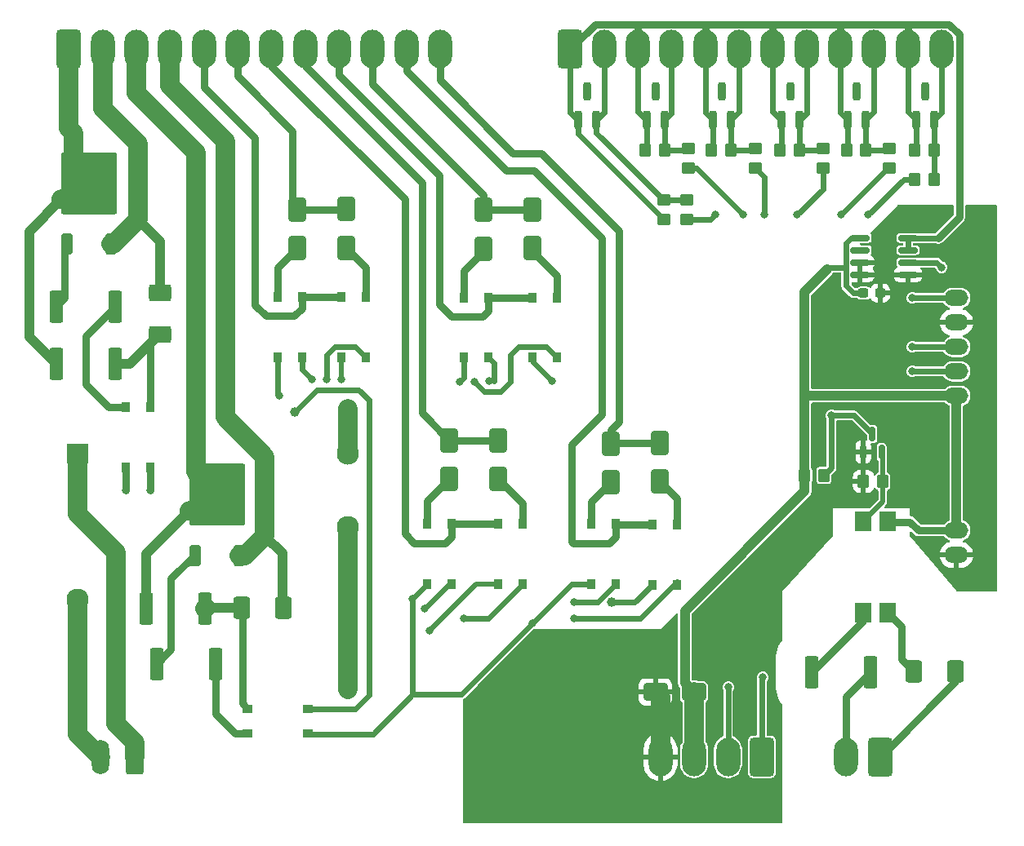
<source format=gbr>
%TF.GenerationSoftware,KiCad,Pcbnew,8.0.2*%
%TF.CreationDate,2024-12-10T14:01:00+01:00*%
%TF.ProjectId,energie,656e6572-6769-4652-9e6b-696361645f70,rev?*%
%TF.SameCoordinates,Original*%
%TF.FileFunction,Copper,L2,Bot*%
%TF.FilePolarity,Positive*%
%FSLAX46Y46*%
G04 Gerber Fmt 4.6, Leading zero omitted, Abs format (unit mm)*
G04 Created by KiCad (PCBNEW 8.0.2) date 2024-12-10 14:01:00*
%MOMM*%
%LPD*%
G01*
G04 APERTURE LIST*
G04 Aperture macros list*
%AMRoundRect*
0 Rectangle with rounded corners*
0 $1 Rounding radius*
0 $2 $3 $4 $5 $6 $7 $8 $9 X,Y pos of 4 corners*
0 Add a 4 corners polygon primitive as box body*
4,1,4,$2,$3,$4,$5,$6,$7,$8,$9,$2,$3,0*
0 Add four circle primitives for the rounded corners*
1,1,$1+$1,$2,$3*
1,1,$1+$1,$4,$5*
1,1,$1+$1,$6,$7*
1,1,$1+$1,$8,$9*
0 Add four rect primitives between the rounded corners*
20,1,$1+$1,$2,$3,$4,$5,0*
20,1,$1+$1,$4,$5,$6,$7,0*
20,1,$1+$1,$6,$7,$8,$9,0*
20,1,$1+$1,$8,$9,$2,$3,0*%
G04 Aperture macros list end*
%TA.AperFunction,ComponentPad*%
%ADD10RoundRect,0.347223X0.902777X1.652777X-0.902777X1.652777X-0.902777X-1.652777X0.902777X-1.652777X0*%
%TD*%
%TA.AperFunction,ComponentPad*%
%ADD11O,2.500000X4.000000*%
%TD*%
%TA.AperFunction,ComponentPad*%
%ADD12RoundRect,0.250000X0.650000X1.550000X-0.650000X1.550000X-0.650000X-1.550000X0.650000X-1.550000X0*%
%TD*%
%TA.AperFunction,ComponentPad*%
%ADD13O,1.800000X3.600000*%
%TD*%
%TA.AperFunction,ComponentPad*%
%ADD14RoundRect,0.347223X-0.902777X-1.652777X0.902777X-1.652777X0.902777X1.652777X-0.902777X1.652777X0*%
%TD*%
%TA.AperFunction,ComponentPad*%
%ADD15O,2.500000X1.700000*%
%TD*%
%TA.AperFunction,ComponentPad*%
%ADD16R,2.300000X2.000000*%
%TD*%
%TA.AperFunction,ComponentPad*%
%ADD17C,2.300000*%
%TD*%
%TA.AperFunction,SMDPad,CuDef*%
%ADD18RoundRect,0.200000X0.200000X-0.750000X0.200000X0.750000X-0.200000X0.750000X-0.200000X-0.750000X0*%
%TD*%
%TA.AperFunction,SMDPad,CuDef*%
%ADD19R,1.140000X0.910000*%
%TD*%
%TA.AperFunction,SMDPad,CuDef*%
%ADD20RoundRect,0.250000X-0.450000X0.350000X-0.450000X-0.350000X0.450000X-0.350000X0.450000X0.350000X0*%
%TD*%
%TA.AperFunction,SMDPad,CuDef*%
%ADD21RoundRect,0.250000X-0.650000X1.000000X-0.650000X-1.000000X0.650000X-1.000000X0.650000X1.000000X0*%
%TD*%
%TA.AperFunction,SMDPad,CuDef*%
%ADD22RoundRect,0.250000X0.350000X0.450000X-0.350000X0.450000X-0.350000X-0.450000X0.350000X-0.450000X0*%
%TD*%
%TA.AperFunction,SMDPad,CuDef*%
%ADD23RoundRect,0.250000X-0.350000X-0.450000X0.350000X-0.450000X0.350000X0.450000X-0.350000X0.450000X0*%
%TD*%
%TA.AperFunction,SMDPad,CuDef*%
%ADD24RoundRect,0.249999X-0.450001X-1.425001X0.450001X-1.425001X0.450001X1.425001X-0.450001X1.425001X0*%
%TD*%
%TA.AperFunction,SMDPad,CuDef*%
%ADD25RoundRect,0.250000X0.650000X-1.000000X0.650000X1.000000X-0.650000X1.000000X-0.650000X-1.000000X0*%
%TD*%
%TA.AperFunction,SMDPad,CuDef*%
%ADD26R,0.910000X1.140000*%
%TD*%
%TA.AperFunction,SMDPad,CuDef*%
%ADD27RoundRect,0.250000X0.350000X-0.850000X0.350000X0.850000X-0.350000X0.850000X-0.350000X-0.850000X0*%
%TD*%
%TA.AperFunction,SMDPad,CuDef*%
%ADD28RoundRect,0.250000X1.125000X-1.275000X1.125000X1.275000X-1.125000X1.275000X-1.125000X-1.275000X0*%
%TD*%
%TA.AperFunction,SMDPad,CuDef*%
%ADD29RoundRect,0.249997X2.650003X-2.950003X2.650003X2.950003X-2.650003X2.950003X-2.650003X-2.950003X0*%
%TD*%
%TA.AperFunction,SMDPad,CuDef*%
%ADD30RoundRect,0.250001X0.612499X0.899999X-0.612499X0.899999X-0.612499X-0.899999X0.612499X-0.899999X0*%
%TD*%
%TA.AperFunction,SMDPad,CuDef*%
%ADD31RoundRect,0.237500X0.300000X0.237500X-0.300000X0.237500X-0.300000X-0.237500X0.300000X-0.237500X0*%
%TD*%
%TA.AperFunction,SMDPad,CuDef*%
%ADD32RoundRect,0.250000X1.000000X0.650000X-1.000000X0.650000X-1.000000X-0.650000X1.000000X-0.650000X0*%
%TD*%
%TA.AperFunction,SMDPad,CuDef*%
%ADD33R,1.780000X2.000000*%
%TD*%
%TA.AperFunction,SMDPad,CuDef*%
%ADD34RoundRect,0.249999X0.450001X1.425001X-0.450001X1.425001X-0.450001X-1.425001X0.450001X-1.425001X0*%
%TD*%
%TA.AperFunction,SMDPad,CuDef*%
%ADD35RoundRect,0.250000X0.450000X-0.350000X0.450000X0.350000X-0.450000X0.350000X-0.450000X-0.350000X0*%
%TD*%
%TA.AperFunction,SMDPad,CuDef*%
%ADD36RoundRect,0.150000X0.825000X0.150000X-0.825000X0.150000X-0.825000X-0.150000X0.825000X-0.150000X0*%
%TD*%
%TA.AperFunction,SMDPad,CuDef*%
%ADD37RoundRect,0.150000X0.150000X-0.587500X0.150000X0.587500X-0.150000X0.587500X-0.150000X-0.587500X0*%
%TD*%
%TA.AperFunction,SMDPad,CuDef*%
%ADD38RoundRect,0.250001X-0.899999X0.612499X-0.899999X-0.612499X0.899999X-0.612499X0.899999X0.612499X0*%
%TD*%
%TA.AperFunction,ViaPad*%
%ADD39C,1.000000*%
%TD*%
%TA.AperFunction,ViaPad*%
%ADD40C,0.800000*%
%TD*%
%TA.AperFunction,Conductor*%
%ADD41C,0.600000*%
%TD*%
%TA.AperFunction,Conductor*%
%ADD42C,2.000000*%
%TD*%
%TA.AperFunction,Conductor*%
%ADD43C,0.800000*%
%TD*%
%TA.AperFunction,Conductor*%
%ADD44C,1.000000*%
%TD*%
%TA.AperFunction,Conductor*%
%ADD45C,0.500000*%
%TD*%
G04 APERTURE END LIST*
D10*
%TO.P,J4,1,Pin_1*%
%TO.N,Net-(J4-Pin_1)*%
X153812000Y-130429000D03*
D11*
%TO.P,J4,2,Pin_2*%
%TO.N,Net-(J4-Pin_2)*%
X150312000Y-130429000D03*
%TO.P,J4,3,Pin_3*%
%TO.N,+5V*%
X146812000Y-130429000D03*
%TO.P,J4,4,Pin_4*%
%TO.N,GND*%
X143312000Y-130429000D03*
%TD*%
D12*
%TO.P,J9,1,Pin_1*%
%TO.N,Net-(J9-Pin_1)*%
X88773000Y-130429000D03*
D13*
%TO.P,J9,2,Pin_2*%
%TO.N,Net-(J9-Pin_2)*%
X85273000Y-130429000D03*
%TD*%
D14*
%TO.P,J1,1,Pin_1*%
%TO.N,Net-(J1-Pin_1)*%
X133950000Y-57000000D03*
D11*
%TO.P,J1,2,Pin_2*%
%TO.N,Net-(J1-Pin_2)*%
X137450000Y-57000000D03*
%TO.P,J1,3,Pin_3*%
%TO.N,Net-(J1-Pin_1)*%
X140950000Y-57000000D03*
%TO.P,J1,4,Pin_4*%
%TO.N,Net-(J1-Pin_4)*%
X144450000Y-57000000D03*
%TO.P,J1,5,Pin_5*%
%TO.N,Net-(J1-Pin_1)*%
X147950000Y-57000000D03*
%TO.P,J1,6,Pin_6*%
%TO.N,Net-(J1-Pin_6)*%
X151450000Y-57000000D03*
%TO.P,J1,7,Pin_7*%
%TO.N,Net-(J1-Pin_1)*%
X154950000Y-57000000D03*
%TO.P,J1,8,Pin_8*%
%TO.N,Net-(J1-Pin_8)*%
X158450000Y-57000000D03*
%TO.P,J1,9,Pin_9*%
%TO.N,Net-(J1-Pin_1)*%
X161950000Y-57000000D03*
%TO.P,J1,10,Pin_10*%
%TO.N,Net-(J1-Pin_10)*%
X165450000Y-57000000D03*
%TO.P,J1,11,Pin_11*%
%TO.N,Net-(J1-Pin_1)*%
X168950000Y-57000000D03*
%TO.P,J1,12,Pin_12*%
%TO.N,Net-(J1-Pin_12)*%
X172450000Y-57000000D03*
%TD*%
D15*
%TO.P,J2,1,Pin_1*%
%TO.N,+5V*%
X173990000Y-92964000D03*
%TO.P,J2,2,Pin_2*%
%TO.N,PGD*%
X173990000Y-90424000D03*
%TO.P,J2,3,Pin_3*%
%TO.N,PGC*%
X173990000Y-87884000D03*
%TO.P,J2,4,Pin_4*%
%TO.N,GND*%
X173990000Y-85344000D03*
%TO.P,J2,5,Pin_5*%
%TO.N,/~{MCLR}*%
X173990000Y-82804000D03*
%TD*%
D14*
%TO.P,J5,1,Pin_1*%
%TO.N,Net-(D19-A2)*%
X81964500Y-57000000D03*
D11*
%TO.P,J5,2,Pin_2*%
%TO.N,Net-(D19-A1)*%
X85464500Y-57000000D03*
%TO.P,J5,3,Pin_3*%
%TO.N,Net-(D9-A2)*%
X88964500Y-57000000D03*
%TO.P,J5,4,Pin_4*%
%TO.N,Net-(D9-A1)*%
X92464500Y-57000000D03*
%TO.P,J5,5,Pin_5*%
%TO.N,Net-(J5-Pin_5)*%
X95964500Y-57000000D03*
%TO.P,J5,6,Pin_6*%
%TO.N,Net-(D22-A)*%
X99464500Y-57000000D03*
%TO.P,J5,7,Pin_7*%
%TO.N,Net-(J5-Pin_7)*%
X102964500Y-57000000D03*
%TO.P,J5,8,Pin_8*%
%TO.N,Net-(D12-A)*%
X106464500Y-57000000D03*
%TO.P,J5,9,Pin_9*%
%TO.N,Net-(J5-Pin_9)*%
X109964500Y-57000000D03*
%TO.P,J5,10,Pin_10*%
%TO.N,Net-(D20-A)*%
X113464500Y-57000000D03*
%TO.P,J5,11,Pin_11*%
%TO.N,Net-(J5-Pin_11)*%
X116964500Y-57000000D03*
%TO.P,J5,12,Pin_12*%
%TO.N,Net-(D10-A)*%
X120464500Y-57000000D03*
%TD*%
D10*
%TO.P,J3,1,Pin_1*%
%TO.N,Net-(J3-Pin_1)*%
X166060000Y-130429000D03*
D11*
%TO.P,J3,2,Pin_2*%
%TO.N,Net-(J3-Pin_2)*%
X162560000Y-130429000D03*
%TD*%
D15*
%TO.P,J8,1,Pin_1*%
%TO.N,+5V*%
X173990000Y-106929000D03*
%TO.P,J8,2,Pin_2*%
%TO.N,GND*%
X173990000Y-109469000D03*
%TD*%
D16*
%TO.P,PS1,1,AC/N*%
%TO.N,Net-(J9-Pin_1)*%
X82901000Y-98943500D03*
D17*
%TO.P,PS1,2,AC/L*%
%TO.N,Net-(J9-Pin_2)*%
X82901000Y-114143500D03*
%TO.P,PS1,3,-Vo*%
%TO.N,GND*%
X110901000Y-98943500D03*
%TO.P,PS1,4,+Vo*%
%TO.N,+5V*%
X110901000Y-106543500D03*
%TD*%
D18*
%TO.P,D3,1,K*%
%TO.N,Net-(J1-Pin_6)*%
X150617000Y-64365000D03*
%TO.P,D3,2,K*%
%TO.N,Net-(J1-Pin_1)*%
X148717000Y-64365000D03*
%TO.P,D3,3,A*%
%TO.N,unconnected-(D3-A-Pad3)*%
X149667000Y-61365000D03*
%TD*%
D19*
%TO.P,U8,1*%
%TO.N,Net-(D18-K)*%
X106742000Y-125476000D03*
%TO.P,U8,2*%
%TO.N,Net-(D14-A)*%
X106742000Y-128016000D03*
%TO.P,U8,3*%
%TO.N,Net-(R16-Pad2)*%
X100522000Y-128016000D03*
%TO.P,U8,4*%
%TO.N,Net-(C12-Pad2)*%
X100522000Y-125476000D03*
%TD*%
D20*
%TO.P,R24,1*%
%TO.N,Net-(J1-Pin_6)*%
X153162000Y-67337000D03*
%TO.P,R24,2*%
%TO.N,Net-(U2-RA4)*%
X153162000Y-69337000D03*
%TD*%
D21*
%TO.P,D11,1,K*%
%TO.N,Net-(D10-A)*%
X138176000Y-97927000D03*
%TO.P,D11,2,A*%
%TO.N,Net-(D11-A)*%
X138176000Y-101927000D03*
%TD*%
D22*
%TO.P,R21,1*%
%TO.N,Net-(J1-Pin_12)*%
X171688000Y-70485000D03*
%TO.P,R21,2*%
%TO.N,Net-(U2-RA0{slash}CxIN0-)*%
X169688000Y-70485000D03*
%TD*%
D23*
%TO.P,R2,1*%
%TO.N,Net-(J1-Pin_1)*%
X141748000Y-67437000D03*
%TO.P,R2,2*%
%TO.N,Net-(J1-Pin_4)*%
X143748000Y-67437000D03*
%TD*%
D24*
%TO.P,R19,1*%
%TO.N,Net-(D19-G)*%
X80643000Y-83693000D03*
%TO.P,R19,2*%
%TO.N,Net-(R19-Pad2)*%
X86743000Y-83693000D03*
%TD*%
D18*
%TO.P,D5,1,K*%
%TO.N,Net-(J1-Pin_10)*%
X164603000Y-64365000D03*
%TO.P,D5,2,K*%
%TO.N,Net-(J1-Pin_1)*%
X162703000Y-64365000D03*
%TO.P,D5,3,A*%
%TO.N,unconnected-(D5-A-Pad3)*%
X163653000Y-61365000D03*
%TD*%
D25*
%TO.P,D22,1,K*%
%TO.N,Net-(D22-K)*%
X110700000Y-77600000D03*
%TO.P,D22,2,A*%
%TO.N,Net-(D22-A)*%
X110700000Y-73600000D03*
%TD*%
D21*
%TO.P,D13,1,K*%
%TO.N,Net-(D12-A)*%
X121401000Y-97578000D03*
%TO.P,D13,2,A*%
%TO.N,Net-(D13-A)*%
X121401000Y-101578000D03*
%TD*%
D26*
%TO.P,U14,1*%
%TO.N,Net-(D24-K)*%
X132570000Y-88976000D03*
%TO.P,U14,2*%
%TO.N,/outputs/OA*%
X130030000Y-88976000D03*
%TO.P,U14,3*%
%TO.N,Net-(J5-Pin_9)*%
X130030000Y-82756000D03*
%TO.P,U14,4*%
%TO.N,Net-(D20-K)*%
X132570000Y-82756000D03*
%TD*%
%TO.P,U15,1*%
%TO.N,Net-(D26-K)*%
X112754000Y-88947000D03*
%TO.P,U15,2*%
%TO.N,/outputs/OB*%
X110214000Y-88947000D03*
%TO.P,U15,3*%
%TO.N,Net-(J5-Pin_5)*%
X110214000Y-82727000D03*
%TO.P,U15,4*%
%TO.N,Net-(D22-K)*%
X112754000Y-82727000D03*
%TD*%
D27*
%TO.P,D19,1,A1*%
%TO.N,Net-(D19-A1)*%
X86360000Y-77216000D03*
D28*
%TO.P,D19,2,A2*%
%TO.N,Net-(D19-A2)*%
X82555000Y-72591000D03*
X85605000Y-72591000D03*
D29*
X84080000Y-70916000D03*
D28*
X82555000Y-69241000D03*
X85605000Y-69241000D03*
D27*
%TO.P,D19,3,G*%
%TO.N,Net-(D19-G)*%
X81800000Y-77216000D03*
%TD*%
D24*
%TO.P,R16,1*%
%TO.N,Net-(D9-G)*%
X91057000Y-120777000D03*
%TO.P,R16,2*%
%TO.N,Net-(R16-Pad2)*%
X97157000Y-120777000D03*
%TD*%
D20*
%TO.P,R26,1*%
%TO.N,Net-(J1-Pin_2)*%
X146050000Y-72644000D03*
%TO.P,R26,2*%
%TO.N,Net-(U2-RA6{slash}OSC2{slash}CLKOUT)*%
X146050000Y-74644000D03*
%TD*%
%TO.P,R22,1*%
%TO.N,Net-(J1-Pin_10)*%
X167005000Y-67337000D03*
%TO.P,R22,2*%
%TO.N,Net-(U2-RA1{slash}CxIN1-)*%
X167005000Y-69337000D03*
%TD*%
D26*
%TO.P,U11,1*%
%TO.N,Net-(D25-K)*%
X125458000Y-88976000D03*
%TO.P,U11,2*%
%TO.N,Net-(D24-A)*%
X122918000Y-88976000D03*
%TO.P,U11,3*%
%TO.N,Net-(D21-A)*%
X122918000Y-82756000D03*
%TO.P,U11,4*%
%TO.N,Net-(J5-Pin_9)*%
X125458000Y-82756000D03*
%TD*%
D18*
%TO.P,D6,1,K*%
%TO.N,Net-(J1-Pin_12)*%
X171699000Y-64365000D03*
%TO.P,D6,2,K*%
%TO.N,Net-(J1-Pin_1)*%
X169799000Y-64365000D03*
%TO.P,D6,3,A*%
%TO.N,unconnected-(D6-A-Pad3)*%
X170749000Y-61365000D03*
%TD*%
D22*
%TO.P,R13,1*%
%TO.N,Net-(Q2-G)*%
X166354000Y-101854000D03*
%TO.P,R13,2*%
%TO.N,GND*%
X164354000Y-101854000D03*
%TD*%
D25*
%TO.P,D10,1,K*%
%TO.N,Net-(D10-K)*%
X143256000Y-101832000D03*
%TO.P,D10,2,A*%
%TO.N,Net-(D10-A)*%
X143256000Y-97832000D03*
%TD*%
D30*
%TO.P,C12,1*%
%TO.N,Net-(D9-A1)*%
X104219700Y-114960400D03*
%TO.P,C12,2*%
%TO.N,Net-(C12-Pad2)*%
X99894700Y-114960400D03*
%TD*%
D24*
%TO.P,R14,1*%
%TO.N,Net-(R14-Pad1)*%
X159002000Y-121666000D03*
%TO.P,R14,2*%
%TO.N,Net-(J3-Pin_2)*%
X165102000Y-121666000D03*
%TD*%
D27*
%TO.P,D9,1,A1*%
%TO.N,Net-(D9-A1)*%
X99662600Y-109527000D03*
D28*
%TO.P,D9,2,A2*%
%TO.N,Net-(D9-A2)*%
X95857600Y-104902000D03*
X98907600Y-104902000D03*
D29*
X97382600Y-103227000D03*
D28*
X95857600Y-101552000D03*
X98907600Y-101552000D03*
D27*
%TO.P,D9,3,G*%
%TO.N,Net-(D9-G)*%
X95102600Y-109527000D03*
%TD*%
D20*
%TO.P,R25,1*%
%TO.N,Net-(J1-Pin_4)*%
X146177000Y-67337000D03*
%TO.P,R25,2*%
%TO.N,Net-(U2-RA5)*%
X146177000Y-69337000D03*
%TD*%
D18*
%TO.P,D2,1,K*%
%TO.N,Net-(J1-Pin_4)*%
X143759000Y-64365000D03*
%TO.P,D2,2,K*%
%TO.N,Net-(J1-Pin_1)*%
X141859000Y-64365000D03*
%TO.P,D2,3,A*%
%TO.N,unconnected-(D2-A-Pad3)*%
X142809000Y-61365000D03*
%TD*%
D21*
%TO.P,D21,1,K*%
%TO.N,Net-(D20-A)*%
X124950000Y-73674000D03*
%TO.P,D21,2,A*%
%TO.N,Net-(D21-A)*%
X124950000Y-77674000D03*
%TD*%
D31*
%TO.P,C3,1*%
%TO.N,GND*%
X166089500Y-82296000D03*
%TO.P,C3,2*%
%TO.N,+5V*%
X164364500Y-82296000D03*
%TD*%
D32*
%TO.P,D8,1,A1*%
%TO.N,+5V*%
X146780000Y-123698000D03*
%TO.P,D8,2,A2*%
%TO.N,GND*%
X142780000Y-123698000D03*
%TD*%
D26*
%TO.P,U13,1*%
%TO.N,Net-(D28-K)*%
X90424000Y-100392000D03*
%TO.P,U13,2*%
%TO.N,Net-(D24-A)*%
X87884000Y-100392000D03*
%TO.P,U13,3*%
%TO.N,Net-(R19-Pad2)*%
X87884000Y-94172000D03*
%TO.P,U13,4*%
%TO.N,Net-(C13-Pad2)*%
X90424000Y-94172000D03*
%TD*%
D33*
%TO.P,U5,1*%
%TO.N,Net-(C10-Pad2)*%
X166878000Y-115509000D03*
%TO.P,U5,2*%
%TO.N,Net-(R14-Pad1)*%
X164338000Y-115509000D03*
%TO.P,U5,3*%
%TO.N,Net-(Q2-G)*%
X164338000Y-105979000D03*
%TO.P,U5,4*%
%TO.N,+5V*%
X166878000Y-105979000D03*
%TD*%
D34*
%TO.P,R18,1*%
%TO.N,Net-(C13-Pad2)*%
X86743000Y-89662000D03*
%TO.P,R18,2*%
%TO.N,Net-(D19-A2)*%
X80643000Y-89662000D03*
%TD*%
D23*
%TO.P,R5,1*%
%TO.N,Net-(J1-Pin_1)*%
X162592000Y-67437000D03*
%TO.P,R5,2*%
%TO.N,Net-(J1-Pin_10)*%
X164592000Y-67437000D03*
%TD*%
D25*
%TO.P,D20,1,K*%
%TO.N,Net-(D20-K)*%
X130030000Y-77629000D03*
%TO.P,D20,2,A*%
%TO.N,Net-(D20-A)*%
X130030000Y-73629000D03*
%TD*%
D26*
%TO.P,U9,1*%
%TO.N,Net-(D14-K)*%
X145034000Y-112562000D03*
%TO.P,U9,2*%
%TO.N,/outputs/OA*%
X142494000Y-112562000D03*
%TO.P,U9,3*%
%TO.N,Net-(J5-Pin_11)*%
X142494000Y-106342000D03*
%TO.P,U9,4*%
%TO.N,Net-(D10-K)*%
X145034000Y-106342000D03*
%TD*%
D30*
%TO.P,C10,1*%
%TO.N,Net-(J3-Pin_1)*%
X173866500Y-121539000D03*
%TO.P,C10,2*%
%TO.N,Net-(C10-Pad2)*%
X169541500Y-121539000D03*
%TD*%
D23*
%TO.P,R12,1*%
%TO.N,+5V*%
X158258000Y-101219000D03*
%TO.P,R12,2*%
%TO.N,Net-(Q2-D)*%
X160258000Y-101219000D03*
%TD*%
D26*
%TO.P,U7,1*%
%TO.N,Net-(D17-K)*%
X121655000Y-112500000D03*
%TO.P,U7,2*%
%TO.N,Net-(D14-A)*%
X119115000Y-112500000D03*
%TO.P,U7,3*%
%TO.N,Net-(D13-A)*%
X119115000Y-106280000D03*
%TO.P,U7,4*%
%TO.N,Net-(J5-Pin_7)*%
X121655000Y-106280000D03*
%TD*%
D18*
%TO.P,D4,1,K*%
%TO.N,Net-(J1-Pin_8)*%
X157729000Y-64365000D03*
%TO.P,D4,2,K*%
%TO.N,Net-(J1-Pin_1)*%
X155829000Y-64365000D03*
%TO.P,D4,3,A*%
%TO.N,unconnected-(D4-A-Pad3)*%
X156779000Y-61365000D03*
%TD*%
D23*
%TO.P,R4,1*%
%TO.N,Net-(J1-Pin_1)*%
X155718000Y-67437000D03*
%TO.P,R4,2*%
%TO.N,Net-(J1-Pin_8)*%
X157718000Y-67437000D03*
%TD*%
D18*
%TO.P,D1,1,K*%
%TO.N,Net-(J1-Pin_2)*%
X136663000Y-64365000D03*
%TO.P,D1,2,K*%
%TO.N,Net-(J1-Pin_1)*%
X134763000Y-64365000D03*
%TO.P,D1,3,A*%
%TO.N,unconnected-(D1-A-Pad3)*%
X135713000Y-61365000D03*
%TD*%
D24*
%TO.P,R15,1*%
%TO.N,Net-(D9-A2)*%
X90015600Y-115011200D03*
%TO.P,R15,2*%
%TO.N,Net-(C12-Pad2)*%
X96115600Y-115011200D03*
%TD*%
D21*
%TO.P,D23,1,K*%
%TO.N,Net-(D22-A)*%
X105642000Y-73645000D03*
%TO.P,D23,2,A*%
%TO.N,Net-(D23-A)*%
X105642000Y-77645000D03*
%TD*%
D35*
%TO.P,R1,1*%
%TO.N,Net-(J1-Pin_1)*%
X143637000Y-74660000D03*
%TO.P,R1,2*%
%TO.N,Net-(J1-Pin_2)*%
X143637000Y-72660000D03*
%TD*%
D36*
%TO.P,U1,1*%
%TO.N,Net-(J1-Pin_1)*%
X168972000Y-76581000D03*
%TO.P,U1,2,-*%
X168972000Y-77851000D03*
%TO.P,U1,3,+*%
%TO.N,Vref*%
X168972000Y-79121000D03*
%TO.P,U1,4,V-*%
%TO.N,GND*%
X168972000Y-80391000D03*
%TO.P,U1,5,+*%
X164022000Y-80391000D03*
%TO.P,U1,6,-*%
X164022000Y-79121000D03*
%TO.P,U1,7*%
%TO.N,unconnected-(U1-Pad7)*%
X164022000Y-77851000D03*
%TO.P,U1,8,V+*%
%TO.N,+5V*%
X164022000Y-76581000D03*
%TD*%
D23*
%TO.P,R6,1*%
%TO.N,Net-(J1-Pin_1)*%
X169688000Y-67437000D03*
%TO.P,R6,2*%
%TO.N,Net-(J1-Pin_12)*%
X171688000Y-67437000D03*
%TD*%
D25*
%TO.P,D12,1,K*%
%TO.N,Net-(D12-K)*%
X126481000Y-101578000D03*
%TO.P,D12,2,A*%
%TO.N,Net-(D12-A)*%
X126481000Y-97578000D03*
%TD*%
D37*
%TO.P,Q2,1,G*%
%TO.N,Net-(Q2-G)*%
X166238000Y-98806000D03*
%TO.P,Q2,2,S*%
%TO.N,GND*%
X164338000Y-98806000D03*
%TO.P,Q2,3,D*%
%TO.N,Net-(Q2-D)*%
X165288000Y-96931000D03*
%TD*%
D38*
%TO.P,C13,1*%
%TO.N,Net-(D19-A1)*%
X91440000Y-82292500D03*
%TO.P,C13,2*%
%TO.N,Net-(C13-Pad2)*%
X91440000Y-86617500D03*
%TD*%
D26*
%TO.P,U10,1*%
%TO.N,Net-(D16-K)*%
X129021000Y-112500000D03*
%TO.P,U10,2*%
%TO.N,/outputs/OB*%
X126481000Y-112500000D03*
%TO.P,U10,3*%
%TO.N,Net-(J5-Pin_7)*%
X126481000Y-106280000D03*
%TO.P,U10,4*%
%TO.N,Net-(D12-K)*%
X129021000Y-106280000D03*
%TD*%
D20*
%TO.P,R23,1*%
%TO.N,Net-(J1-Pin_8)*%
X160147000Y-67337000D03*
%TO.P,R23,2*%
%TO.N,Net-(U2-RA2{slash}Vref-{slash}DAC1OUT1{slash}CxIN0+)*%
X160147000Y-69337000D03*
%TD*%
D26*
%TO.P,U6,1*%
%TO.N,Net-(D15-K)*%
X138684000Y-112500000D03*
%TO.P,U6,2*%
%TO.N,Net-(D14-A)*%
X136144000Y-112500000D03*
%TO.P,U6,3*%
%TO.N,Net-(D11-A)*%
X136144000Y-106280000D03*
%TO.P,U6,4*%
%TO.N,Net-(J5-Pin_11)*%
X138684000Y-106280000D03*
%TD*%
%TO.P,U12,1*%
%TO.N,Net-(D27-K)*%
X106150000Y-88947000D03*
%TO.P,U12,2*%
%TO.N,Net-(D24-A)*%
X103610000Y-88947000D03*
%TO.P,U12,3*%
%TO.N,Net-(D23-A)*%
X103610000Y-82727000D03*
%TO.P,U12,4*%
%TO.N,Net-(J5-Pin_5)*%
X106150000Y-82727000D03*
%TD*%
D23*
%TO.P,R3,1*%
%TO.N,Net-(J1-Pin_1)*%
X148606000Y-67437000D03*
%TO.P,R3,2*%
%TO.N,Net-(J1-Pin_6)*%
X150606000Y-67437000D03*
%TD*%
D39*
%TO.N,GND*%
X141732000Y-119634000D03*
X170561000Y-98806000D03*
X159639000Y-104775000D03*
X110901000Y-94331000D03*
X169418000Y-85344000D03*
%TO.N,+5V*%
X145839000Y-115273000D03*
X160600107Y-79828107D03*
X110871000Y-123444000D03*
D40*
%TO.N,Net-(J4-Pin_1)*%
X153924000Y-122174000D03*
%TO.N,Vref*%
X172466000Y-79629000D03*
%TO.N,/outputs/OA*%
X132080000Y-91418000D03*
D39*
X138276000Y-114400000D03*
D40*
%TO.N,/outputs/OB*%
X119380000Y-117348000D03*
X110214000Y-91233000D03*
%TO.N,Net-(D14-K)*%
X134366000Y-116078000D03*
%TO.N,Net-(D15-K)*%
X134366000Y-114400000D03*
%TO.N,Net-(D16-K)*%
X122936000Y-116078000D03*
%TO.N,Net-(D17-K)*%
X118872000Y-115062000D03*
%TO.N,Net-(D24-A)*%
X103759000Y-92962000D03*
X122476000Y-91500000D03*
X87884000Y-102743000D03*
%TO.N,PGC*%
X169418000Y-87884000D03*
%TO.N,PGD*%
X169418000Y-90424000D03*
%TO.N,Net-(J4-Pin_2)*%
X150368000Y-123190000D03*
%TO.N,/~{MCLR}*%
X169418000Y-82804000D03*
%TO.N,Net-(D14-A)*%
X117591000Y-114046000D03*
X130048000Y-116586000D03*
D39*
%TO.N,Net-(D18-K)*%
X105410000Y-94615000D03*
D40*
%TO.N,Net-(D24-K)*%
X124000000Y-91500000D03*
%TO.N,Net-(D25-K)*%
X125576103Y-91445103D03*
%TO.N,Net-(D26-K)*%
X108690000Y-91233000D03*
%TO.N,Net-(D27-K)*%
X107166000Y-91233000D03*
%TO.N,Net-(D28-K)*%
X90371530Y-102790530D03*
%TO.N,Net-(Q2-D)*%
X161036000Y-94996000D03*
%TO.N,Net-(U2-RA0{slash}CxIN0-)*%
X164846000Y-74168000D03*
%TO.N,Net-(U2-RA1{slash}CxIN1-)*%
X162052000Y-74168000D03*
%TO.N,Net-(U2-RA2{slash}Vref-{slash}DAC1OUT1{slash}CxIN0+)*%
X157480000Y-74168000D03*
%TO.N,Net-(U2-RA4)*%
X154051000Y-74168000D03*
%TO.N,Net-(U2-RA5)*%
X151892000Y-74168000D03*
%TO.N,Net-(U2-RA6{slash}OSC2{slash}CLKOUT)*%
X148971000Y-74168000D03*
%TD*%
D41*
%TO.N,GND*%
X164338000Y-98298000D02*
X164338000Y-98806000D01*
D42*
X110901000Y-94331000D02*
X110901000Y-98943500D01*
X143312000Y-124230000D02*
X142780000Y-123698000D01*
X143312000Y-130429000D02*
X143312000Y-124230000D01*
D43*
%TO.N,Net-(J5-Pin_5)*%
X110214000Y-82727000D02*
X106150000Y-82727000D01*
X106150000Y-82727000D02*
X106150000Y-83867000D01*
X106150000Y-83867000D02*
X105320000Y-84697000D01*
X95964500Y-60909840D02*
X101265000Y-66210340D01*
X101265000Y-83554000D02*
X101265000Y-66210340D01*
X102408000Y-84697000D02*
X101265000Y-83554000D01*
X95964500Y-57000000D02*
X95964500Y-60909840D01*
X105320000Y-84697000D02*
X102408000Y-84697000D01*
D44*
%TO.N,+5V*%
X158242000Y-82186214D02*
X160600107Y-79828107D01*
D43*
X173990000Y-106929000D02*
X170048000Y-106929000D01*
D44*
X145839000Y-122757000D02*
X145839000Y-115273000D01*
D41*
X162547000Y-77081001D02*
X162547000Y-81521000D01*
D44*
X158258000Y-102854000D02*
X158258000Y-101219000D01*
D42*
X146812000Y-123730000D02*
X146780000Y-123698000D01*
D41*
X162547000Y-79629000D02*
X160799214Y-79629000D01*
D44*
X145839000Y-115273000D02*
X158242000Y-102870000D01*
X158242000Y-102870000D02*
X158258000Y-102854000D01*
D41*
X163047001Y-76581000D02*
X162547000Y-77081001D01*
X162547000Y-81521000D02*
X163322000Y-82296000D01*
X160799214Y-79629000D02*
X160600107Y-79828107D01*
X164022000Y-76581000D02*
X163047001Y-76581000D01*
D43*
X170048000Y-106929000D02*
X169164000Y-106045000D01*
D42*
X110901000Y-123414000D02*
X110871000Y-123444000D01*
D44*
X158496000Y-92964000D02*
X173990000Y-92964000D01*
X145839000Y-122757000D02*
X146780000Y-123698000D01*
D42*
X146812000Y-130429000D02*
X146812000Y-123730000D01*
D44*
X173990000Y-106929000D02*
X173990000Y-92964000D01*
D42*
X110901000Y-106543500D02*
X110901000Y-123414000D01*
D44*
X158242000Y-102870000D02*
X158242000Y-82186214D01*
D41*
X163322000Y-82296000D02*
X164364500Y-82296000D01*
D43*
X169164000Y-106045000D02*
X166944000Y-106045000D01*
D41*
%TO.N,Net-(J4-Pin_1)*%
X153812000Y-122286000D02*
X153812000Y-130429000D01*
X153924000Y-122174000D02*
X153812000Y-122286000D01*
%TO.N,Vref*%
X171958000Y-79121000D02*
X172466000Y-79629000D01*
X168972000Y-79121000D02*
X171958000Y-79121000D01*
D43*
%TO.N,Net-(C12-Pad2)*%
X100522000Y-125476000D02*
X99949000Y-124903000D01*
X99949000Y-124903000D02*
X99949000Y-115018600D01*
D42*
X96166400Y-114960400D02*
X96115600Y-115011200D01*
D44*
X100007200Y-114960400D02*
X96166400Y-114960400D01*
D43*
%TO.N,Net-(C13-Pad2)*%
X90424000Y-87521000D02*
X90424000Y-94172000D01*
D44*
X91440000Y-86505000D02*
X88283000Y-89662000D01*
X88283000Y-89662000D02*
X86743000Y-89662000D01*
D43*
X91440000Y-86505000D02*
X90424000Y-87521000D01*
D41*
%TO.N,Net-(J1-Pin_1)*%
X161950000Y-63612000D02*
X162703000Y-64365000D01*
X140950000Y-63456000D02*
X141859000Y-64365000D01*
X133950000Y-57000000D02*
X133950000Y-63552000D01*
X134763000Y-65795010D02*
X143627990Y-74660000D01*
D43*
X140950000Y-57000000D02*
X140950000Y-54420000D01*
D41*
X140950000Y-57000000D02*
X140950000Y-63456000D01*
X134763000Y-64365000D02*
X134763000Y-65795010D01*
D43*
X174300000Y-55483705D02*
X173216295Y-54400000D01*
X161950000Y-57000000D02*
X161950000Y-54502000D01*
D41*
X154950000Y-63486000D02*
X155829000Y-64365000D01*
X168950000Y-63516000D02*
X169799000Y-64365000D01*
D43*
X174300000Y-74422000D02*
X174300000Y-55483705D01*
X172141000Y-76581000D02*
X174300000Y-74422000D01*
D41*
X169799000Y-64365000D02*
X169799000Y-67326000D01*
X141859000Y-64365000D02*
X141859000Y-67326000D01*
X162703000Y-64365000D02*
X162703000Y-67326000D01*
X147950000Y-63598000D02*
X148717000Y-64365000D01*
D43*
X147950000Y-57000000D02*
X147950000Y-54522000D01*
D41*
X168950000Y-57000000D02*
X168950000Y-63516000D01*
X147950000Y-57000000D02*
X147950000Y-63598000D01*
X133950000Y-63552000D02*
X134763000Y-64365000D01*
X148717000Y-64365000D02*
X148717000Y-67326000D01*
X155829000Y-64365000D02*
X155829000Y-67326000D01*
X161950000Y-57000000D02*
X161950000Y-63612000D01*
D43*
X173216295Y-54400000D02*
X136550000Y-54400000D01*
D41*
X154950000Y-57000000D02*
X154950000Y-63486000D01*
X168972000Y-76581000D02*
X168972000Y-77851000D01*
D43*
X136550000Y-54400000D02*
X133950000Y-57000000D01*
D41*
X172141000Y-76581000D02*
X168972000Y-76581000D01*
D43*
X154950000Y-57000000D02*
X154950000Y-54410000D01*
X168950000Y-57000000D02*
X168950000Y-54440000D01*
D41*
%TO.N,Net-(J1-Pin_10)*%
X165450000Y-57000000D02*
X165450000Y-63518000D01*
X165450000Y-63518000D02*
X164603000Y-64365000D01*
X164603000Y-64365000D02*
X164603000Y-67426000D01*
X164592000Y-67437000D02*
X166905000Y-67437000D01*
%TO.N,Net-(J1-Pin_2)*%
X145526000Y-72660000D02*
X145542000Y-72644000D01*
X143653000Y-72660000D02*
X145526000Y-72660000D01*
X137450000Y-63578000D02*
X136663000Y-64365000D01*
X136663000Y-65670000D02*
X143653000Y-72660000D01*
X136663000Y-64365000D02*
X136663000Y-65670000D01*
X137450000Y-57000000D02*
X137450000Y-63578000D01*
%TO.N,Net-(J1-Pin_4)*%
X143759000Y-64365000D02*
X143759000Y-67426000D01*
X144450000Y-63674000D02*
X143759000Y-64365000D01*
X144450000Y-57000000D02*
X144450000Y-63674000D01*
X143748000Y-67437000D02*
X146077000Y-67437000D01*
%TO.N,Net-(J1-Pin_6)*%
X151450000Y-57000000D02*
X151450000Y-63532000D01*
X151450000Y-63532000D02*
X150617000Y-64365000D01*
X150617000Y-64365000D02*
X150617000Y-67426000D01*
X150606000Y-67437000D02*
X153062000Y-67437000D01*
%TO.N,Net-(J1-Pin_8)*%
X157718000Y-67437000D02*
X160047000Y-67437000D01*
X157729000Y-64365000D02*
X157729000Y-67426000D01*
X158450000Y-57000000D02*
X158450000Y-63644000D01*
X158450000Y-63644000D02*
X157729000Y-64365000D01*
%TO.N,Net-(J1-Pin_12)*%
X172450000Y-63614000D02*
X171699000Y-64365000D01*
X171699000Y-64365000D02*
X171699000Y-67426000D01*
X172450000Y-57000000D02*
X172450000Y-63614000D01*
X171688000Y-67437000D02*
X171688000Y-70485000D01*
D43*
%TO.N,Net-(D11-A)*%
X138176000Y-101927000D02*
X136144000Y-103959000D01*
X136144000Y-103959000D02*
X136144000Y-106280000D01*
D45*
%TO.N,/outputs/OA*%
X130030000Y-89368000D02*
X132080000Y-91418000D01*
D41*
X138276000Y-114400000D02*
X140656000Y-114400000D01*
X140656000Y-114400000D02*
X142494000Y-112562000D01*
D45*
X130030000Y-88976000D02*
X130030000Y-89368000D01*
D43*
%TO.N,Net-(D13-A)*%
X119115000Y-103864000D02*
X119115000Y-106280000D01*
X121401000Y-101578000D02*
X119115000Y-103864000D01*
%TO.N,Net-(D10-K)*%
X143256000Y-101832000D02*
X145034000Y-103610000D01*
X145034000Y-103610000D02*
X145034000Y-106342000D01*
D45*
%TO.N,/outputs/OB*%
X124228000Y-112500000D02*
X119380000Y-117348000D01*
X126481000Y-112500000D02*
X124228000Y-112500000D01*
X110214000Y-88947000D02*
X110214000Y-91233000D01*
D43*
%TO.N,Net-(D12-K)*%
X126481000Y-101578000D02*
X129021000Y-104118000D01*
X129021000Y-104118000D02*
X129021000Y-106280000D01*
D41*
%TO.N,Net-(D14-K)*%
X134366000Y-116078000D02*
X141224000Y-116078000D01*
X141224000Y-116078000D02*
X145034000Y-112268000D01*
%TO.N,Net-(D15-K)*%
X136784000Y-114400000D02*
X134366000Y-114400000D01*
X138684000Y-112500000D02*
X136784000Y-114400000D01*
%TO.N,Net-(D16-K)*%
X125476000Y-116078000D02*
X129021000Y-112533000D01*
X122936000Y-116078000D02*
X125476000Y-116078000D01*
%TO.N,Net-(D17-K)*%
X121655000Y-112500000D02*
X121434000Y-112500000D01*
X121434000Y-112500000D02*
X118872000Y-115062000D01*
D43*
%TO.N,Net-(D20-A)*%
X113464500Y-57000000D02*
X113464500Y-60646498D01*
X124950000Y-73674000D02*
X129985000Y-73674000D01*
X113464500Y-60646498D02*
X124950000Y-72131998D01*
X124950000Y-72131998D02*
X124950000Y-73674000D01*
%TO.N,Net-(D21-A)*%
X122918000Y-79962000D02*
X122918000Y-82632000D01*
X124950000Y-77930000D02*
X122918000Y-79962000D01*
%TO.N,Net-(D22-A)*%
X99464500Y-59800000D02*
X99464500Y-57000000D01*
X105642000Y-73645000D02*
X110655000Y-73645000D01*
X99464500Y-59800000D02*
X105152000Y-65487500D01*
X105152000Y-73293000D02*
X105152000Y-65487500D01*
%TO.N,Net-(D23-A)*%
X103610000Y-79677000D02*
X103610000Y-82219000D01*
X105642000Y-77645000D02*
X103610000Y-79677000D01*
D41*
%TO.N,Net-(D24-A)*%
X122918000Y-88976000D02*
X122918000Y-91058000D01*
X103610000Y-88947000D02*
X103610000Y-92813000D01*
D43*
X87884000Y-102743000D02*
X87884000Y-100392000D01*
D41*
X122918000Y-91058000D02*
X122476000Y-91500000D01*
X103610000Y-92813000D02*
X103759000Y-92962000D01*
%TO.N,PGC*%
X169418000Y-87884000D02*
X173990000Y-87884000D01*
%TO.N,PGD*%
X169418000Y-90424000D02*
X173990000Y-90424000D01*
%TO.N,Net-(J4-Pin_2)*%
X150312000Y-123246000D02*
X150312000Y-130429000D01*
X150368000Y-123190000D02*
X150312000Y-123246000D01*
%TO.N,/~{MCLR}*%
X169418000Y-82804000D02*
X173990000Y-82804000D01*
D43*
%TO.N,Net-(C10-Pad2)*%
X168275000Y-120272500D02*
X169541500Y-121539000D01*
X166878000Y-115509000D02*
X168275000Y-116906000D01*
X168275000Y-116906000D02*
X168275000Y-120272500D01*
%TO.N,Net-(J3-Pin_1)*%
X173866500Y-122622500D02*
X173866500Y-121539000D01*
X166060000Y-130429000D02*
X173866500Y-122622500D01*
D44*
%TO.N,Net-(D9-A2)*%
X90015600Y-109369000D02*
X90015600Y-115011200D01*
D42*
X88964500Y-57000000D02*
X88964500Y-61546592D01*
D44*
X94482600Y-104902000D02*
X90015600Y-109369000D01*
D42*
X95171000Y-100865400D02*
X95857600Y-101552000D01*
X95171000Y-67753092D02*
X95171000Y-100865400D01*
X95857600Y-104902000D02*
X94482600Y-104902000D01*
X88964500Y-61546592D02*
X95171000Y-67753092D01*
%TO.N,Net-(D19-A2)*%
X81964500Y-65200500D02*
X82423000Y-65659000D01*
D44*
X77859000Y-75912000D02*
X77859000Y-86878000D01*
D42*
X82555000Y-72591000D02*
X81180000Y-72591000D01*
D44*
X81180000Y-72591000D02*
X77859000Y-75912000D01*
D42*
X81964500Y-57000000D02*
X81964500Y-65200500D01*
X82423000Y-65659000D02*
X82423000Y-69109000D01*
D44*
X77859000Y-86878000D02*
X80643000Y-89662000D01*
D43*
%TO.N,Net-(D9-G)*%
X92557600Y-111912400D02*
X92557600Y-119276400D01*
X92557600Y-119276400D02*
X91057000Y-120777000D01*
X94943000Y-109527000D02*
X92557600Y-111912400D01*
D42*
%TO.N,Net-(D9-A1)*%
X98171000Y-66510452D02*
X98171000Y-95171000D01*
X100262600Y-109527000D02*
X99662600Y-109527000D01*
X98171000Y-95171000D02*
X102282600Y-99282600D01*
D44*
X104107200Y-114960400D02*
X104107200Y-109331600D01*
D42*
X102282600Y-99282600D02*
X102282600Y-107507000D01*
D44*
X104107200Y-109331600D02*
X102282600Y-107507000D01*
D42*
X102282600Y-107507000D02*
X100262600Y-109527000D01*
X92464500Y-60803952D02*
X98171000Y-66510452D01*
X92464500Y-57000000D02*
X92464500Y-60803952D01*
D43*
%TO.N,Net-(D10-A)*%
X138176000Y-97927000D02*
X138176000Y-96524000D01*
X128041584Y-67796000D02*
X130947192Y-67796000D01*
X130947192Y-67796000D02*
X139000000Y-75848808D01*
X139000000Y-75848808D02*
X139000000Y-95700000D01*
X143256000Y-97832000D02*
X138271000Y-97832000D01*
X120464500Y-60218916D02*
X128041584Y-67796000D01*
X138176000Y-96524000D02*
X139000000Y-95700000D01*
X120464500Y-57000000D02*
X120464500Y-60218916D01*
%TO.N,Net-(D12-A)*%
X106464500Y-58737666D02*
X118596000Y-70869166D01*
X118596000Y-94773000D02*
X121401000Y-97578000D01*
X106464500Y-57000000D02*
X106464500Y-58737666D01*
X121401000Y-97578000D02*
X126481000Y-97578000D01*
X118596000Y-70869166D02*
X118596000Y-94773000D01*
D41*
%TO.N,Net-(D14-A)*%
X122682000Y-123952000D02*
X117602000Y-123952000D01*
X113502346Y-128051654D02*
X117602000Y-123952000D01*
X117602000Y-114046000D02*
X117602000Y-123952000D01*
X117602000Y-114013000D02*
X119115000Y-112500000D01*
X117591000Y-114046000D02*
X117602000Y-114046000D01*
X117602000Y-114046000D02*
X117602000Y-114013000D01*
X136144000Y-112500000D02*
X134134000Y-112500000D01*
X134134000Y-112500000D02*
X130048000Y-116586000D01*
X106777654Y-128051654D02*
X113502346Y-128051654D01*
X129857500Y-116776500D02*
X122682000Y-123952000D01*
%TO.N,Net-(D18-K)*%
X111633000Y-125476000D02*
X113096000Y-124013000D01*
X113096000Y-124013000D02*
X113096000Y-93411000D01*
X112014000Y-92329000D02*
X107696000Y-92329000D01*
X107696000Y-92329000D02*
X105410000Y-94615000D01*
X113096000Y-93411000D02*
X112014000Y-92329000D01*
X106742000Y-125476000D02*
X111633000Y-125476000D01*
D43*
%TO.N,Net-(D19-G)*%
X81534000Y-77482000D02*
X81800000Y-77216000D01*
X80643000Y-83693000D02*
X81534000Y-82802000D01*
X81534000Y-82802000D02*
X81534000Y-77482000D01*
D42*
%TO.N,Net-(D19-A1)*%
X89154000Y-66800000D02*
X89154000Y-74678000D01*
X86616000Y-77216000D02*
X86360000Y-77216000D01*
X85464500Y-57000000D02*
X85464500Y-63110500D01*
X85464500Y-63110500D02*
X89154000Y-66800000D01*
X89154000Y-74678000D02*
X86616000Y-77216000D01*
D44*
X91440000Y-76964000D02*
X91440000Y-82405000D01*
X89154000Y-74678000D02*
X91440000Y-76964000D01*
D43*
%TO.N,Net-(D20-K)*%
X132570000Y-80470000D02*
X132570000Y-82756000D01*
X130030000Y-77930000D02*
X132570000Y-80470000D01*
%TO.N,Net-(D22-K)*%
X112754000Y-79699000D02*
X112754000Y-82219000D01*
X110700000Y-77645000D02*
X112754000Y-79699000D01*
D41*
%TO.N,Net-(D24-K)*%
X126728000Y-92532000D02*
X127744000Y-91516000D01*
X127744000Y-88722000D02*
X128560000Y-87906000D01*
X125032000Y-92532000D02*
X126728000Y-92532000D01*
X125032000Y-92532000D02*
X124000000Y-91500000D01*
X131500000Y-87906000D02*
X132570000Y-88976000D01*
X128560000Y-87906000D02*
X131500000Y-87906000D01*
X127744000Y-91516000D02*
X127744000Y-88722000D01*
%TO.N,Net-(D25-K)*%
X126018103Y-89536103D02*
X126018103Y-91461103D01*
X125458000Y-88976000D02*
X126018103Y-89536103D01*
%TO.N,Net-(D26-K)*%
X112754000Y-88947000D02*
X111684000Y-87877000D01*
X109506000Y-87877000D02*
X108690000Y-88693000D01*
X111684000Y-87877000D02*
X109506000Y-87877000D01*
X108690000Y-88693000D02*
X108690000Y-91233000D01*
%TO.N,Net-(D27-K)*%
X107166000Y-91233000D02*
X106150000Y-90217000D01*
X106150000Y-90217000D02*
X106150000Y-88947000D01*
D43*
%TO.N,Net-(D28-K)*%
X90371530Y-102790530D02*
X90424000Y-102738060D01*
X90424000Y-102738060D02*
X90424000Y-100392000D01*
%TO.N,Net-(J3-Pin_2)*%
X165102000Y-121666000D02*
X162560000Y-124208000D01*
X162560000Y-124208000D02*
X162560000Y-130429000D01*
%TO.N,Net-(J5-Pin_9)*%
X130030000Y-82756000D02*
X125582000Y-82756000D01*
X121648000Y-84726000D02*
X120396000Y-83474000D01*
X125458000Y-82756000D02*
X125458000Y-84126000D01*
X120396000Y-70123582D02*
X109964500Y-59692082D01*
X120396000Y-83474000D02*
X120396000Y-70123582D01*
X125582000Y-82756000D02*
X125458000Y-82632000D01*
X125458000Y-84126000D02*
X124858000Y-84726000D01*
X109964500Y-59692082D02*
X109964500Y-57000000D01*
X124858000Y-84726000D02*
X121648000Y-84726000D01*
%TO.N,Net-(J5-Pin_7)*%
X116796000Y-72569166D02*
X102964500Y-58737666D01*
X116796000Y-107271000D02*
X116796000Y-72569166D01*
X120970000Y-108250000D02*
X117775000Y-108250000D01*
X121655000Y-107565000D02*
X120970000Y-108250000D01*
X117775000Y-108250000D02*
X116796000Y-107271000D01*
X121655000Y-106280000D02*
X121655000Y-107565000D01*
X126481000Y-106280000D02*
X121655000Y-106280000D01*
%TO.N,Net-(J5-Pin_11)*%
X134112000Y-98000620D02*
X134112000Y-108073000D01*
X138746000Y-106342000D02*
X138684000Y-106280000D01*
X116964500Y-57000000D02*
X116964500Y-59264500D01*
X137999000Y-108250000D02*
X138684000Y-107565000D01*
X137200000Y-76594392D02*
X137200000Y-94912620D01*
X134289000Y-108250000D02*
X137999000Y-108250000D01*
X142494000Y-106342000D02*
X138746000Y-106342000D01*
X137200000Y-94912620D02*
X134112000Y-98000620D01*
X127296000Y-69596000D02*
X130201608Y-69596000D01*
X138684000Y-107565000D02*
X138684000Y-106280000D01*
X130201608Y-69596000D02*
X137200000Y-76594392D01*
X134112000Y-108073000D02*
X134289000Y-108250000D01*
X116964500Y-59264500D02*
X127296000Y-69596000D01*
D45*
%TO.N,Net-(Q2-G)*%
X166243000Y-98806000D02*
X166354000Y-98917000D01*
X166354000Y-98917000D02*
X166354000Y-101854000D01*
X166354000Y-101854000D02*
X166354000Y-103963000D01*
X166354000Y-103963000D02*
X164338000Y-105979000D01*
D41*
%TO.N,Net-(Q2-D)*%
X161036000Y-100441000D02*
X161036000Y-94996000D01*
X163353000Y-94996000D02*
X165288000Y-96931000D01*
X160258000Y-101219000D02*
X161036000Y-100441000D01*
X161036000Y-94996000D02*
X163353000Y-94996000D01*
D43*
%TO.N,Net-(R14-Pad1)*%
X159002000Y-121666000D02*
X164338000Y-116330000D01*
X164338000Y-116330000D02*
X164338000Y-115509000D01*
%TO.N,Net-(R16-Pad2)*%
X99237000Y-128016000D02*
X97157000Y-125936000D01*
X97157000Y-125936000D02*
X97157000Y-120777000D01*
X100522000Y-128016000D02*
X99237000Y-128016000D01*
%TO.N,Net-(R19-Pad2)*%
X86743000Y-83693000D02*
X83693000Y-86743000D01*
X83693000Y-91744000D02*
X86121000Y-94172000D01*
X86121000Y-94172000D02*
X87884000Y-94172000D01*
X83693000Y-86743000D02*
X83693000Y-91744000D01*
D42*
%TO.N,Net-(J9-Pin_1)*%
X82876000Y-105228000D02*
X86868000Y-109220000D01*
X86868000Y-109220000D02*
X86868000Y-127022781D01*
X82901000Y-98943500D02*
X82876000Y-98968500D01*
X86868000Y-127022781D02*
X88773000Y-128927781D01*
X88773000Y-128927781D02*
X88773000Y-130429000D01*
X82876000Y-98968500D02*
X82876000Y-105228000D01*
%TO.N,Net-(J9-Pin_2)*%
X82901000Y-114143500D02*
X82901000Y-128057000D01*
X82901000Y-128057000D02*
X85273000Y-130429000D01*
D41*
%TO.N,Net-(U2-RA0{slash}CxIN0-)*%
X168529000Y-70485000D02*
X164846000Y-74168000D01*
X169688000Y-70485000D02*
X168529000Y-70485000D01*
%TO.N,Net-(U2-RA1{slash}CxIN1-)*%
X166883000Y-69337000D02*
X162052000Y-74168000D01*
%TO.N,Net-(U2-RA2{slash}Vref-{slash}DAC1OUT1{slash}CxIN0+)*%
X160147000Y-69337000D02*
X160147000Y-71501000D01*
X160147000Y-71501000D02*
X157480000Y-74168000D01*
%TO.N,Net-(U2-RA4)*%
X153162000Y-69337000D02*
X154051000Y-70226000D01*
X154051000Y-70226000D02*
X154051000Y-74168000D01*
%TO.N,Net-(U2-RA5)*%
X147061000Y-69337000D02*
X151892000Y-74168000D01*
X146177000Y-69337000D02*
X147061000Y-69337000D01*
%TO.N,Net-(U2-RA6{slash}OSC2{slash}CLKOUT)*%
X148495000Y-74644000D02*
X148971000Y-74168000D01*
X146050000Y-74644000D02*
X148495000Y-74644000D01*
%TD*%
%TA.AperFunction,Conductor*%
%TO.N,GND*%
G36*
X172820545Y-93684185D02*
G01*
X172841182Y-93700814D01*
X172920345Y-93779977D01*
X173092402Y-93894941D01*
X173212953Y-93944875D01*
X173267356Y-93988714D01*
X173289421Y-94055008D01*
X173289500Y-94059435D01*
X173289500Y-105833563D01*
X173269815Y-105900602D01*
X173217011Y-105946357D01*
X173212953Y-105948124D01*
X173092404Y-105998057D01*
X172920342Y-106113024D01*
X172774025Y-106259341D01*
X172774020Y-106259347D01*
X172764636Y-106273392D01*
X172711023Y-106318197D01*
X172661535Y-106328500D01*
X170348098Y-106328500D01*
X170281059Y-106308815D01*
X170260417Y-106292181D01*
X169651590Y-105683355D01*
X169651588Y-105683352D01*
X169532717Y-105564481D01*
X169532709Y-105564475D01*
X169438434Y-105510046D01*
X169438432Y-105510045D01*
X169395790Y-105485425D01*
X169395789Y-105485424D01*
X169255906Y-105447942D01*
X169196245Y-105411576D01*
X169165717Y-105348729D01*
X169164000Y-105328167D01*
X169164000Y-104648000D01*
X166605465Y-104648000D01*
X166538426Y-104628315D01*
X166492671Y-104575511D01*
X166482727Y-104506353D01*
X166511752Y-104442797D01*
X166517784Y-104436319D01*
X166590544Y-104363559D01*
X166714490Y-104239613D01*
X166773799Y-104136886D01*
X166777061Y-104124712D01*
X166784087Y-104098494D01*
X166791558Y-104070608D01*
X166804500Y-104022309D01*
X166804500Y-102834099D01*
X166824185Y-102767060D01*
X166876989Y-102721305D01*
X166887525Y-102717065D01*
X166916882Y-102706793D01*
X167026150Y-102626150D01*
X167106793Y-102516882D01*
X167129219Y-102452790D01*
X167151646Y-102388701D01*
X167151646Y-102388699D01*
X167154500Y-102358269D01*
X167154500Y-101349730D01*
X167151646Y-101319300D01*
X167151646Y-101319298D01*
X167106793Y-101191119D01*
X167106792Y-101191117D01*
X167061665Y-101129972D01*
X167026150Y-101081850D01*
X166916882Y-101001207D01*
X166887543Y-100990940D01*
X166830769Y-100950219D01*
X166805022Y-100885266D01*
X166804500Y-100873900D01*
X166804500Y-98857693D01*
X166804500Y-98857691D01*
X166776783Y-98754251D01*
X166773799Y-98743113D01*
X166773798Y-98743111D01*
X166755112Y-98710745D01*
X166738500Y-98648746D01*
X166738500Y-98185239D01*
X166728573Y-98117108D01*
X166728573Y-98117107D01*
X166677198Y-98012017D01*
X166677196Y-98012015D01*
X166677196Y-98012014D01*
X166594485Y-97929303D01*
X166489391Y-97877926D01*
X166421261Y-97868000D01*
X166421260Y-97868000D01*
X166054740Y-97868000D01*
X166054739Y-97868000D01*
X165986608Y-97877926D01*
X165881514Y-97929303D01*
X165798803Y-98012014D01*
X165747426Y-98117108D01*
X165737500Y-98185239D01*
X165737500Y-99426760D01*
X165747426Y-99494891D01*
X165747427Y-99494893D01*
X165798802Y-99599983D01*
X165867182Y-99668363D01*
X165900666Y-99729684D01*
X165903500Y-99756043D01*
X165903500Y-100873900D01*
X165883815Y-100940939D01*
X165831011Y-100986694D01*
X165820456Y-100990941D01*
X165791118Y-101001207D01*
X165681850Y-101081850D01*
X165620776Y-101164602D01*
X165565128Y-101206853D01*
X165495472Y-101212311D01*
X165433923Y-101179243D01*
X165403300Y-101129972D01*
X165388358Y-101084880D01*
X165388356Y-101084875D01*
X165296315Y-100935654D01*
X165172345Y-100811684D01*
X165023124Y-100719643D01*
X165023119Y-100719641D01*
X164856697Y-100664494D01*
X164856690Y-100664493D01*
X164753986Y-100654000D01*
X164604000Y-100654000D01*
X164604000Y-103053999D01*
X164753972Y-103053999D01*
X164753986Y-103053998D01*
X164856697Y-103043505D01*
X165023119Y-102988358D01*
X165023124Y-102988356D01*
X165172345Y-102896315D01*
X165296315Y-102772345D01*
X165388356Y-102623124D01*
X165388359Y-102623117D01*
X165403300Y-102578028D01*
X165443072Y-102520583D01*
X165507587Y-102493759D01*
X165576363Y-102506073D01*
X165620775Y-102543396D01*
X165681850Y-102626150D01*
X165791118Y-102706793D01*
X165820456Y-102717059D01*
X165877230Y-102757779D01*
X165902978Y-102822731D01*
X165903500Y-102834099D01*
X165903500Y-103725035D01*
X165883815Y-103792074D01*
X165867181Y-103812716D01*
X165068216Y-104611681D01*
X165006893Y-104645166D01*
X164980535Y-104648000D01*
X161163000Y-104648000D01*
X161163000Y-107520982D01*
X161143315Y-107588021D01*
X161130660Y-107604495D01*
X155956000Y-113283999D01*
X155956000Y-118239071D01*
X155936315Y-118306110D01*
X155928795Y-118316573D01*
X155902567Y-118349329D01*
X155902562Y-118349336D01*
X155710544Y-118652276D01*
X155553020Y-118974496D01*
X155553016Y-118974504D01*
X155431897Y-119312091D01*
X155348645Y-119660975D01*
X155348644Y-119660984D01*
X155304278Y-120016907D01*
X155301500Y-120097550D01*
X155301500Y-123234449D01*
X155304278Y-123315092D01*
X155348644Y-123671015D01*
X155348645Y-123671024D01*
X155431897Y-124019908D01*
X155553016Y-124357495D01*
X155553020Y-124357503D01*
X155710544Y-124679723D01*
X155902562Y-124982663D01*
X155928794Y-125015424D01*
X155955330Y-125080059D01*
X155956000Y-125092928D01*
X155956000Y-137175500D01*
X155936315Y-137242539D01*
X155883511Y-137288294D01*
X155832000Y-137299500D01*
X122933000Y-137299500D01*
X122865961Y-137279815D01*
X122820206Y-137227011D01*
X122809000Y-137175500D01*
X122809000Y-129564305D01*
X141562000Y-129564305D01*
X141562000Y-130179000D01*
X142763518Y-130179000D01*
X142752889Y-130197409D01*
X142712000Y-130350009D01*
X142712000Y-130507991D01*
X142752889Y-130660591D01*
X142763518Y-130679000D01*
X141562000Y-130679000D01*
X141562000Y-131293694D01*
X141562001Y-131293710D01*
X141591942Y-131521137D01*
X141651318Y-131742730D01*
X141739102Y-131954659D01*
X141739106Y-131954668D01*
X141853809Y-132153338D01*
X141993455Y-132335329D01*
X141993461Y-132335336D01*
X142155663Y-132497538D01*
X142155670Y-132497544D01*
X142337661Y-132637190D01*
X142536331Y-132751893D01*
X142536340Y-132751897D01*
X142748269Y-132839681D01*
X142969859Y-132899056D01*
X142969864Y-132899057D01*
X143061999Y-132911186D01*
X143062000Y-132911186D01*
X143062000Y-130977482D01*
X143080409Y-130988111D01*
X143233009Y-131029000D01*
X143390991Y-131029000D01*
X143543591Y-130988111D01*
X143562000Y-130977482D01*
X143562000Y-132911186D01*
X143654135Y-132899057D01*
X143654140Y-132899056D01*
X143875730Y-132839681D01*
X144087659Y-132751897D01*
X144087668Y-132751893D01*
X144286338Y-132637190D01*
X144468329Y-132497544D01*
X144468336Y-132497538D01*
X144630538Y-132335336D01*
X144630544Y-132335329D01*
X144770190Y-132153338D01*
X144884893Y-131954668D01*
X144884897Y-131954659D01*
X144972681Y-131742730D01*
X145032057Y-131521137D01*
X145061998Y-131293710D01*
X145062000Y-131293694D01*
X145062000Y-130679000D01*
X143860482Y-130679000D01*
X143871111Y-130660591D01*
X143912000Y-130507991D01*
X143912000Y-130350009D01*
X143871111Y-130197409D01*
X143860482Y-130179000D01*
X145062000Y-130179000D01*
X145062000Y-129564305D01*
X145061998Y-129564289D01*
X145032057Y-129336862D01*
X144972681Y-129115269D01*
X144884897Y-128903340D01*
X144884893Y-128903331D01*
X144770190Y-128704661D01*
X144630544Y-128522670D01*
X144630538Y-128522663D01*
X144468336Y-128360461D01*
X144468329Y-128360455D01*
X144286338Y-128220809D01*
X144087668Y-128106106D01*
X144087659Y-128106102D01*
X143875730Y-128018318D01*
X143654137Y-127958942D01*
X143562000Y-127946811D01*
X143562000Y-129880517D01*
X143543591Y-129869889D01*
X143390991Y-129829000D01*
X143233009Y-129829000D01*
X143080409Y-129869889D01*
X143062000Y-129880517D01*
X143062000Y-127946811D01*
X143061999Y-127946811D01*
X142969862Y-127958942D01*
X142748269Y-128018318D01*
X142536340Y-128106102D01*
X142536331Y-128106106D01*
X142337661Y-128220809D01*
X142155670Y-128360455D01*
X142155663Y-128360461D01*
X141993461Y-128522663D01*
X141993455Y-128522670D01*
X141853809Y-128704661D01*
X141739106Y-128903331D01*
X141739102Y-128903340D01*
X141651318Y-129115269D01*
X141591942Y-129336862D01*
X141562001Y-129564289D01*
X141562000Y-129564305D01*
X122809000Y-129564305D01*
X122809000Y-124528195D01*
X122828685Y-124461156D01*
X122871000Y-124420808D01*
X122875183Y-124418392D01*
X122875186Y-124418392D01*
X122910530Y-124397986D01*
X141030001Y-124397986D01*
X141040494Y-124500697D01*
X141095641Y-124667119D01*
X141095643Y-124667124D01*
X141187684Y-124816345D01*
X141311654Y-124940315D01*
X141460875Y-125032356D01*
X141460880Y-125032358D01*
X141627302Y-125087505D01*
X141627309Y-125087506D01*
X141730019Y-125097999D01*
X142529999Y-125097999D01*
X143030000Y-125097999D01*
X143829972Y-125097999D01*
X143829986Y-125097998D01*
X143932697Y-125087505D01*
X144099119Y-125032358D01*
X144099124Y-125032356D01*
X144248345Y-124940315D01*
X144372315Y-124816345D01*
X144464356Y-124667124D01*
X144464358Y-124667119D01*
X144519505Y-124500697D01*
X144519506Y-124500690D01*
X144529999Y-124397986D01*
X144530000Y-124397973D01*
X144530000Y-123948000D01*
X143030000Y-123948000D01*
X143030000Y-125097999D01*
X142529999Y-125097999D01*
X142530000Y-125097998D01*
X142530000Y-123948000D01*
X141030001Y-123948000D01*
X141030001Y-124397986D01*
X122910530Y-124397986D01*
X122989314Y-124352500D01*
X124343801Y-122998013D01*
X141030000Y-122998013D01*
X141030000Y-123448000D01*
X142530000Y-123448000D01*
X143030000Y-123448000D01*
X144529999Y-123448000D01*
X144529999Y-122998028D01*
X144529998Y-122998013D01*
X144519505Y-122895302D01*
X144464358Y-122728880D01*
X144464356Y-122728875D01*
X144372315Y-122579654D01*
X144248345Y-122455684D01*
X144099124Y-122363643D01*
X144099119Y-122363641D01*
X143932697Y-122308494D01*
X143932690Y-122308493D01*
X143829986Y-122298000D01*
X143030000Y-122298000D01*
X143030000Y-123448000D01*
X142530000Y-123448000D01*
X142530000Y-122298000D01*
X141730028Y-122298000D01*
X141730012Y-122298001D01*
X141627302Y-122308494D01*
X141460880Y-122363641D01*
X141460875Y-122363643D01*
X141311654Y-122455684D01*
X141187684Y-122579654D01*
X141095643Y-122728875D01*
X141095641Y-122728880D01*
X141040494Y-122895302D01*
X141040493Y-122895309D01*
X141030000Y-122998013D01*
X124343801Y-122998013D01*
X130135852Y-117205960D01*
X130197173Y-117172477D01*
X130203587Y-117171359D01*
X130204758Y-117171044D01*
X130204762Y-117171044D01*
X130279422Y-117140118D01*
X130327466Y-117130682D01*
X143305000Y-117194000D01*
X144926755Y-115569814D01*
X144988051Y-115536286D01*
X145057747Y-115541218D01*
X145113711Y-115583047D01*
X145138177Y-115648493D01*
X145138500Y-115657432D01*
X145138500Y-122688006D01*
X145138500Y-122825994D01*
X145138500Y-122825996D01*
X145138499Y-122825996D01*
X145165418Y-122961322D01*
X145165421Y-122961332D01*
X145218222Y-123088807D01*
X145294887Y-123203545D01*
X145298751Y-123208253D01*
X145297319Y-123209427D01*
X145326661Y-123263138D01*
X145329500Y-123289519D01*
X145329500Y-124402269D01*
X145332353Y-124432699D01*
X145332353Y-124432701D01*
X145365769Y-124528195D01*
X145377207Y-124560882D01*
X145457849Y-124670149D01*
X145457851Y-124670151D01*
X145561133Y-124746376D01*
X145603384Y-124802023D01*
X145611500Y-124846146D01*
X145611500Y-128823317D01*
X145591815Y-128890356D01*
X145587819Y-128896201D01*
X145571422Y-128918769D01*
X145467770Y-129122196D01*
X145397215Y-129339339D01*
X145361500Y-129564837D01*
X145361500Y-131293162D01*
X145397215Y-131518660D01*
X145467770Y-131735803D01*
X145571421Y-131939228D01*
X145705621Y-132123937D01*
X145867063Y-132285379D01*
X146051772Y-132419579D01*
X146147884Y-132468550D01*
X146255196Y-132523229D01*
X146255198Y-132523229D01*
X146255201Y-132523231D01*
X146371592Y-132561049D01*
X146472339Y-132593784D01*
X146697838Y-132629500D01*
X146697843Y-132629500D01*
X146926162Y-132629500D01*
X147151660Y-132593784D01*
X147368799Y-132523231D01*
X147572228Y-132419579D01*
X147756937Y-132285379D01*
X147918379Y-132123937D01*
X148052579Y-131939228D01*
X148156231Y-131735799D01*
X148226784Y-131518660D01*
X148262500Y-131293162D01*
X148262500Y-129564837D01*
X148861500Y-129564837D01*
X148861500Y-131293162D01*
X148897215Y-131518660D01*
X148967770Y-131735803D01*
X149071421Y-131939228D01*
X149205621Y-132123937D01*
X149367063Y-132285379D01*
X149551772Y-132419579D01*
X149647884Y-132468550D01*
X149755196Y-132523229D01*
X149755198Y-132523229D01*
X149755201Y-132523231D01*
X149871592Y-132561049D01*
X149972339Y-132593784D01*
X150197838Y-132629500D01*
X150197843Y-132629500D01*
X150426162Y-132629500D01*
X150651660Y-132593784D01*
X150868799Y-132523231D01*
X151072228Y-132419579D01*
X151256937Y-132285379D01*
X151418379Y-132123937D01*
X151552579Y-131939228D01*
X151656231Y-131735799D01*
X151726784Y-131518660D01*
X151762500Y-131293162D01*
X151762500Y-129564837D01*
X151726784Y-129339339D01*
X151656229Y-129122196D01*
X151552578Y-128918771D01*
X151531933Y-128890356D01*
X151418379Y-128734063D01*
X151417662Y-128733346D01*
X152361500Y-128733346D01*
X152361500Y-132124645D01*
X152372070Y-132212675D01*
X152427306Y-132352745D01*
X152427307Y-132352747D01*
X152518282Y-132472717D01*
X152584896Y-132523231D01*
X152638255Y-132563694D01*
X152778323Y-132618929D01*
X152866347Y-132629500D01*
X154757652Y-132629499D01*
X154845677Y-132618929D01*
X154985745Y-132563694D01*
X155105717Y-132472717D01*
X155196694Y-132352745D01*
X155251929Y-132212677D01*
X155262500Y-132124653D01*
X155262499Y-128733348D01*
X155251929Y-128645323D01*
X155196694Y-128505255D01*
X155146013Y-128438421D01*
X155105717Y-128385282D01*
X154985747Y-128294307D01*
X154985745Y-128294306D01*
X154845677Y-128239071D01*
X154845675Y-128239070D01*
X154757653Y-128228500D01*
X154436500Y-128228500D01*
X154369461Y-128208815D01*
X154323706Y-128156011D01*
X154312500Y-128104500D01*
X154312500Y-122693426D01*
X154332185Y-122626387D01*
X154348824Y-122605740D01*
X154352277Y-122602285D01*
X154352282Y-122602282D01*
X154448536Y-122476841D01*
X154509044Y-122330762D01*
X154529682Y-122174000D01*
X154509044Y-122017238D01*
X154448536Y-121871159D01*
X154352282Y-121745718D01*
X154226841Y-121649464D01*
X154080762Y-121588956D01*
X154080760Y-121588955D01*
X153924001Y-121568318D01*
X153923999Y-121568318D01*
X153767239Y-121588955D01*
X153767237Y-121588956D01*
X153621160Y-121649463D01*
X153495718Y-121745718D01*
X153399463Y-121871160D01*
X153338956Y-122017237D01*
X153338955Y-122017239D01*
X153318318Y-122173998D01*
X153318318Y-122178338D01*
X153314093Y-122210429D01*
X153311500Y-122220103D01*
X153311500Y-128104500D01*
X153291815Y-128171539D01*
X153239011Y-128217294D01*
X153187500Y-128228500D01*
X152866354Y-128228500D01*
X152778324Y-128239070D01*
X152638254Y-128294306D01*
X152638252Y-128294307D01*
X152518282Y-128385282D01*
X152427307Y-128505252D01*
X152427306Y-128505254D01*
X152372071Y-128645322D01*
X152372070Y-128645324D01*
X152361500Y-128733346D01*
X151417662Y-128733346D01*
X151256937Y-128572621D01*
X151072228Y-128438421D01*
X150967937Y-128385282D01*
X150880205Y-128340580D01*
X150829409Y-128292605D01*
X150812500Y-128230095D01*
X150812500Y-123639238D01*
X150832185Y-123572199D01*
X150838114Y-123563764D01*
X150892536Y-123492841D01*
X150953044Y-123346762D01*
X150973682Y-123190000D01*
X150953044Y-123033238D01*
X150892536Y-122887159D01*
X150796282Y-122761718D01*
X150670841Y-122665464D01*
X150621936Y-122645207D01*
X150524762Y-122604956D01*
X150524760Y-122604955D01*
X150368001Y-122584318D01*
X150367999Y-122584318D01*
X150211239Y-122604955D01*
X150211237Y-122604956D01*
X150065160Y-122665463D01*
X149939718Y-122761718D01*
X149843463Y-122887160D01*
X149782956Y-123033237D01*
X149782955Y-123033239D01*
X149762318Y-123189998D01*
X149762318Y-123190001D01*
X149782955Y-123346760D01*
X149782956Y-123346762D01*
X149802061Y-123392885D01*
X149811500Y-123440338D01*
X149811500Y-128230095D01*
X149791815Y-128297134D01*
X149743795Y-128340580D01*
X149551771Y-128438421D01*
X149367061Y-128572622D01*
X149205622Y-128734061D01*
X149071421Y-128918771D01*
X148967770Y-129122196D01*
X148897215Y-129339339D01*
X148861500Y-129564837D01*
X148262500Y-129564837D01*
X148226784Y-129339339D01*
X148156229Y-129122196D01*
X148052577Y-128918769D01*
X148036181Y-128896201D01*
X148012702Y-128830395D01*
X148012500Y-128823317D01*
X148012500Y-124798912D01*
X148032185Y-124731873D01*
X148062864Y-124699143D01*
X148102150Y-124670150D01*
X148182793Y-124560882D01*
X148217689Y-124461156D01*
X148227646Y-124432701D01*
X148227646Y-124432699D01*
X148230500Y-124402269D01*
X148230500Y-122993730D01*
X148227646Y-122963300D01*
X148227646Y-122963298D01*
X148182793Y-122835119D01*
X148182792Y-122835117D01*
X148102150Y-122725850D01*
X147992882Y-122645207D01*
X147992880Y-122645206D01*
X147864700Y-122600353D01*
X147834270Y-122597500D01*
X147834266Y-122597500D01*
X147294245Y-122597500D01*
X147245924Y-122585897D01*
X147245336Y-122587319D01*
X147240832Y-122585453D01*
X147061118Y-122527059D01*
X146874486Y-122497500D01*
X146874481Y-122497500D01*
X146685519Y-122497500D01*
X146685515Y-122497500D01*
X146682894Y-122497915D01*
X146681888Y-122497785D01*
X146680655Y-122497882D01*
X146680634Y-122497622D01*
X146613600Y-122488958D01*
X146560150Y-122443960D01*
X146539513Y-122377207D01*
X146539500Y-122375441D01*
X146539500Y-115614519D01*
X146559185Y-115547480D01*
X146575819Y-115526838D01*
X152663913Y-109438744D01*
X158786114Y-103316543D01*
X158786114Y-103316541D01*
X158796318Y-103306338D01*
X158796320Y-103306335D01*
X158802113Y-103300543D01*
X158810726Y-103287654D01*
X158878775Y-103185811D01*
X158909994Y-103110441D01*
X158931580Y-103058329D01*
X158947364Y-102978976D01*
X158958500Y-102922993D01*
X158958500Y-102353986D01*
X163254001Y-102353986D01*
X163264494Y-102456697D01*
X163319641Y-102623119D01*
X163319643Y-102623124D01*
X163411684Y-102772345D01*
X163535654Y-102896315D01*
X163684875Y-102988356D01*
X163684880Y-102988358D01*
X163851302Y-103043505D01*
X163851309Y-103043506D01*
X163954019Y-103053999D01*
X164103999Y-103053999D01*
X164104000Y-103053998D01*
X164104000Y-102104000D01*
X163254001Y-102104000D01*
X163254001Y-102353986D01*
X158958500Y-102353986D01*
X158958500Y-101993539D01*
X158978185Y-101926500D01*
X158982722Y-101919916D01*
X159010793Y-101881882D01*
X159033219Y-101817790D01*
X159055646Y-101753701D01*
X159055646Y-101753699D01*
X159058500Y-101723269D01*
X159058500Y-100714730D01*
X159457500Y-100714730D01*
X159457500Y-101723269D01*
X159460353Y-101753699D01*
X159460353Y-101753701D01*
X159505206Y-101881880D01*
X159505207Y-101881882D01*
X159585850Y-101991150D01*
X159695118Y-102071793D01*
X159737845Y-102086744D01*
X159823299Y-102116646D01*
X159853730Y-102119500D01*
X159853734Y-102119500D01*
X160662270Y-102119500D01*
X160692699Y-102116646D01*
X160692701Y-102116646D01*
X160756790Y-102094219D01*
X160820882Y-102071793D01*
X160930150Y-101991150D01*
X161010793Y-101881882D01*
X161033219Y-101817790D01*
X161055646Y-101753701D01*
X161055646Y-101753699D01*
X161058500Y-101723269D01*
X161058500Y-101354013D01*
X163254000Y-101354013D01*
X163254000Y-101604000D01*
X164104000Y-101604000D01*
X164104000Y-100654000D01*
X163954027Y-100654000D01*
X163954012Y-100654001D01*
X163851302Y-100664494D01*
X163684880Y-100719641D01*
X163684875Y-100719643D01*
X163535654Y-100811684D01*
X163411684Y-100935654D01*
X163319643Y-101084875D01*
X163319641Y-101084880D01*
X163264494Y-101251302D01*
X163264493Y-101251309D01*
X163254000Y-101354013D01*
X161058500Y-101354013D01*
X161058500Y-101177676D01*
X161078185Y-101110637D01*
X161094819Y-101089995D01*
X161261348Y-100923466D01*
X161436500Y-100748314D01*
X161502392Y-100634186D01*
X161536500Y-100506893D01*
X161536500Y-100375108D01*
X161536500Y-99459149D01*
X163538000Y-99459149D01*
X163540899Y-99495989D01*
X163540900Y-99495995D01*
X163586716Y-99653693D01*
X163586717Y-99653696D01*
X163670314Y-99795052D01*
X163670321Y-99795061D01*
X163786438Y-99911178D01*
X163786447Y-99911185D01*
X163927801Y-99994781D01*
X164085514Y-100040600D01*
X164085511Y-100040600D01*
X164087998Y-100040795D01*
X164088000Y-100040795D01*
X164588000Y-100040795D01*
X164588001Y-100040795D01*
X164590486Y-100040600D01*
X164748198Y-99994781D01*
X164889552Y-99911185D01*
X164889561Y-99911178D01*
X165005678Y-99795061D01*
X165005685Y-99795052D01*
X165089282Y-99653696D01*
X165089283Y-99653693D01*
X165135099Y-99495995D01*
X165135100Y-99495989D01*
X165137999Y-99459149D01*
X165138000Y-99459134D01*
X165138000Y-99056000D01*
X164588000Y-99056000D01*
X164588000Y-100040795D01*
X164088000Y-100040795D01*
X164088000Y-99056000D01*
X163538000Y-99056000D01*
X163538000Y-99459149D01*
X161536500Y-99459149D01*
X161536500Y-98152850D01*
X163538000Y-98152850D01*
X163538000Y-98556000D01*
X164088000Y-98556000D01*
X164088000Y-97571203D01*
X164085503Y-97571400D01*
X163927806Y-97617216D01*
X163927803Y-97617217D01*
X163786447Y-97700814D01*
X163786438Y-97700821D01*
X163670321Y-97816938D01*
X163670314Y-97816947D01*
X163586717Y-97958303D01*
X163586716Y-97958306D01*
X163540900Y-98116004D01*
X163540899Y-98116010D01*
X163538000Y-98152850D01*
X161536500Y-98152850D01*
X161536500Y-95620500D01*
X161556185Y-95553461D01*
X161608989Y-95507706D01*
X161660500Y-95496500D01*
X163094324Y-95496500D01*
X163161363Y-95516185D01*
X163182005Y-95532819D01*
X164751181Y-97101994D01*
X164784666Y-97163317D01*
X164787500Y-97189675D01*
X164787500Y-97463483D01*
X164767815Y-97530522D01*
X164715011Y-97576277D01*
X164645853Y-97586221D01*
X164628907Y-97582560D01*
X164590494Y-97571400D01*
X164588000Y-97571203D01*
X164588000Y-98556000D01*
X165138000Y-98556000D01*
X165138000Y-98152865D01*
X165137999Y-98152850D01*
X165135100Y-98116010D01*
X165135099Y-98116004D01*
X165109414Y-98027595D01*
X165109613Y-97957725D01*
X165147555Y-97899055D01*
X165211194Y-97870212D01*
X165228490Y-97869000D01*
X165471261Y-97869000D01*
X165493971Y-97865691D01*
X165539393Y-97859073D01*
X165644483Y-97807698D01*
X165727198Y-97724983D01*
X165778573Y-97619893D01*
X165788500Y-97551760D01*
X165788500Y-96310240D01*
X165778573Y-96242107D01*
X165727198Y-96137017D01*
X165727196Y-96137015D01*
X165727196Y-96137014D01*
X165644485Y-96054303D01*
X165539391Y-96002926D01*
X165471261Y-95993000D01*
X165471260Y-95993000D01*
X165109176Y-95993000D01*
X165042137Y-95973315D01*
X165021495Y-95956681D01*
X163660316Y-94595502D01*
X163660314Y-94595500D01*
X163603250Y-94562554D01*
X163546187Y-94529608D01*
X163482539Y-94512554D01*
X163418892Y-94495500D01*
X163418891Y-94495500D01*
X161412257Y-94495500D01*
X161345218Y-94475815D01*
X161339900Y-94472075D01*
X161338836Y-94471461D01*
X161192765Y-94410957D01*
X161192760Y-94410955D01*
X161036001Y-94390318D01*
X161035999Y-94390318D01*
X160879239Y-94410955D01*
X160879237Y-94410956D01*
X160733160Y-94471463D01*
X160607718Y-94567718D01*
X160511463Y-94693160D01*
X160450956Y-94839237D01*
X160450955Y-94839239D01*
X160430318Y-94995998D01*
X160430318Y-94996001D01*
X160450955Y-95152760D01*
X160450957Y-95152765D01*
X160511461Y-95298836D01*
X160515526Y-95305876D01*
X160513783Y-95306882D01*
X160535069Y-95361932D01*
X160535500Y-95372257D01*
X160535500Y-100182324D01*
X160515815Y-100249363D01*
X160499181Y-100270005D01*
X160487005Y-100282181D01*
X160425682Y-100315666D01*
X160399324Y-100318500D01*
X159853730Y-100318500D01*
X159823300Y-100321353D01*
X159823298Y-100321353D01*
X159695119Y-100366206D01*
X159695117Y-100366207D01*
X159585850Y-100446850D01*
X159505207Y-100556117D01*
X159505206Y-100556119D01*
X159460353Y-100684298D01*
X159460353Y-100684300D01*
X159457500Y-100714730D01*
X159058500Y-100714730D01*
X159055646Y-100684303D01*
X159055646Y-100684301D01*
X159010793Y-100556118D01*
X159010791Y-100556115D01*
X158966729Y-100496411D01*
X158942759Y-100430782D01*
X158942500Y-100422779D01*
X158942500Y-93788500D01*
X158962185Y-93721461D01*
X159014989Y-93675706D01*
X159066500Y-93664500D01*
X172753506Y-93664500D01*
X172820545Y-93684185D01*
G37*
%TD.AperFunction*%
%TA.AperFunction,Conductor*%
G36*
X173642539Y-73171685D02*
G01*
X173688294Y-73224489D01*
X173699500Y-73276000D01*
X173699500Y-74121903D01*
X173679815Y-74188942D01*
X173663181Y-74209584D01*
X171828584Y-76044181D01*
X171767261Y-76077666D01*
X171740903Y-76080500D01*
X168113739Y-76080500D01*
X168045608Y-76090426D01*
X167940514Y-76141803D01*
X167857803Y-76224514D01*
X167806426Y-76329608D01*
X167796500Y-76397739D01*
X167796500Y-76764260D01*
X167806426Y-76832391D01*
X167857803Y-76937485D01*
X167940514Y-77020196D01*
X167940515Y-77020196D01*
X167940517Y-77020198D01*
X168045607Y-77071573D01*
X168079673Y-77076536D01*
X168113739Y-77081500D01*
X168113740Y-77081500D01*
X168347500Y-77081500D01*
X168414539Y-77101185D01*
X168460294Y-77153989D01*
X168471500Y-77205500D01*
X168471500Y-77226500D01*
X168451815Y-77293539D01*
X168399011Y-77339294D01*
X168347500Y-77350500D01*
X168113739Y-77350500D01*
X168045608Y-77360426D01*
X167940514Y-77411803D01*
X167857803Y-77494514D01*
X167806426Y-77599608D01*
X167796500Y-77667739D01*
X167796500Y-78034260D01*
X167806426Y-78102391D01*
X167857803Y-78207485D01*
X167940514Y-78290196D01*
X167940515Y-78290196D01*
X167940517Y-78290198D01*
X168045607Y-78341573D01*
X168079673Y-78346536D01*
X168113739Y-78351500D01*
X168113740Y-78351500D01*
X169830261Y-78351500D01*
X169852971Y-78348191D01*
X169898393Y-78341573D01*
X170003483Y-78290198D01*
X170086198Y-78207483D01*
X170137573Y-78102393D01*
X170147500Y-78034260D01*
X170147500Y-77667740D01*
X170137573Y-77599607D01*
X170086198Y-77494517D01*
X170086196Y-77494515D01*
X170086196Y-77494514D01*
X170003485Y-77411803D01*
X169898391Y-77360426D01*
X169830261Y-77350500D01*
X169830260Y-77350500D01*
X169596500Y-77350500D01*
X169529461Y-77330815D01*
X169483706Y-77278011D01*
X169472500Y-77226500D01*
X169472500Y-77205500D01*
X169492185Y-77138461D01*
X169544989Y-77092706D01*
X169596500Y-77081500D01*
X171773665Y-77081500D01*
X171835665Y-77098113D01*
X171909211Y-77140575D01*
X171909212Y-77140576D01*
X171909214Y-77140576D01*
X171909215Y-77140577D01*
X172061943Y-77181501D01*
X172061946Y-77181501D01*
X172220054Y-77181501D01*
X172220057Y-77181501D01*
X172372785Y-77140577D01*
X172509716Y-77061519D01*
X174658506Y-74912727D01*
X174658511Y-74912724D01*
X174668714Y-74902520D01*
X174668716Y-74902520D01*
X174780520Y-74790716D01*
X174851080Y-74668502D01*
X174851081Y-74668501D01*
X174854528Y-74662529D01*
X174859577Y-74653785D01*
X174900500Y-74501057D01*
X174900500Y-74342943D01*
X174900500Y-73276000D01*
X174920185Y-73208961D01*
X174972989Y-73163206D01*
X175024500Y-73152000D01*
X178075500Y-73152000D01*
X178142539Y-73171685D01*
X178188294Y-73224489D01*
X178199500Y-73276000D01*
X178199500Y-113160000D01*
X178179815Y-113227039D01*
X178127011Y-113272794D01*
X178075500Y-113284000D01*
X174173621Y-113284000D01*
X174106582Y-113264315D01*
X174079916Y-113241211D01*
X174002381Y-113151748D01*
X172616427Y-111552570D01*
X169194295Y-107603955D01*
X169165264Y-107540402D01*
X169164000Y-107522744D01*
X169164000Y-107193597D01*
X169183685Y-107126558D01*
X169236489Y-107080803D01*
X169305647Y-107070859D01*
X169369203Y-107099884D01*
X169375675Y-107105910D01*
X169679284Y-107409520D01*
X169816215Y-107488577D01*
X169968943Y-107529501D01*
X169968946Y-107529501D01*
X170134654Y-107529501D01*
X170134670Y-107529500D01*
X172661535Y-107529500D01*
X172728574Y-107549185D01*
X172764636Y-107584608D01*
X172774020Y-107598652D01*
X172774025Y-107598658D01*
X172920342Y-107744975D01*
X173092405Y-107859943D01*
X173195043Y-107902456D01*
X173257108Y-107928164D01*
X173311511Y-107972005D01*
X173333576Y-108038299D01*
X173316297Y-108105998D01*
X173265160Y-108153609D01*
X173247974Y-108160656D01*
X173071781Y-108217905D01*
X172882442Y-108314379D01*
X172710540Y-108439272D01*
X172710535Y-108439276D01*
X172560276Y-108589535D01*
X172560272Y-108589540D01*
X172435379Y-108761442D01*
X172338904Y-108950782D01*
X172273242Y-109152870D01*
X172273242Y-109152873D01*
X172262769Y-109219000D01*
X173614722Y-109219000D01*
X173570667Y-109295306D01*
X173540000Y-109409756D01*
X173540000Y-109528244D01*
X173570667Y-109642694D01*
X173614722Y-109719000D01*
X172262769Y-109719000D01*
X172273242Y-109785126D01*
X172273242Y-109785129D01*
X172338904Y-109987217D01*
X172435379Y-110176557D01*
X172560272Y-110348459D01*
X172560276Y-110348464D01*
X172710535Y-110498723D01*
X172710540Y-110498727D01*
X172882442Y-110623620D01*
X173071782Y-110720095D01*
X173273870Y-110785757D01*
X173483754Y-110819000D01*
X173740000Y-110819000D01*
X173740000Y-109844277D01*
X173816306Y-109888333D01*
X173930756Y-109919000D01*
X174049244Y-109919000D01*
X174163694Y-109888333D01*
X174240000Y-109844277D01*
X174240000Y-110819000D01*
X174496246Y-110819000D01*
X174706127Y-110785757D01*
X174706130Y-110785757D01*
X174908217Y-110720095D01*
X175097557Y-110623620D01*
X175269459Y-110498727D01*
X175269464Y-110498723D01*
X175419723Y-110348464D01*
X175419727Y-110348459D01*
X175544620Y-110176557D01*
X175641095Y-109987217D01*
X175706757Y-109785129D01*
X175706757Y-109785126D01*
X175717231Y-109719000D01*
X174365278Y-109719000D01*
X174409333Y-109642694D01*
X174440000Y-109528244D01*
X174440000Y-109409756D01*
X174409333Y-109295306D01*
X174365278Y-109219000D01*
X175717231Y-109219000D01*
X175706757Y-109152873D01*
X175706757Y-109152870D01*
X175641095Y-108950782D01*
X175544620Y-108761442D01*
X175419727Y-108589540D01*
X175419723Y-108589535D01*
X175269464Y-108439276D01*
X175269459Y-108439272D01*
X175097557Y-108314379D01*
X174908216Y-108217904D01*
X174732026Y-108160656D01*
X174674350Y-108121218D01*
X174647152Y-108056860D01*
X174659067Y-107988013D01*
X174706311Y-107936538D01*
X174722882Y-107928168D01*
X174887598Y-107859941D01*
X175059655Y-107744977D01*
X175205977Y-107598655D01*
X175320941Y-107426598D01*
X175400130Y-107235420D01*
X175440500Y-107032465D01*
X175440500Y-106825535D01*
X175400130Y-106622580D01*
X175320941Y-106431402D01*
X175205977Y-106259345D01*
X175205975Y-106259342D01*
X175059657Y-106113024D01*
X174887595Y-105998057D01*
X174767047Y-105948124D01*
X174712643Y-105904282D01*
X174690579Y-105837988D01*
X174690500Y-105833563D01*
X174690500Y-94059435D01*
X174710185Y-93992396D01*
X174762989Y-93946641D01*
X174767012Y-93944889D01*
X174887598Y-93894941D01*
X175059655Y-93779977D01*
X175205977Y-93633655D01*
X175320941Y-93461598D01*
X175400130Y-93270420D01*
X175440500Y-93067465D01*
X175440500Y-92860535D01*
X175400130Y-92657580D01*
X175320941Y-92466402D01*
X175205977Y-92294345D01*
X175205975Y-92294342D01*
X175059657Y-92148024D01*
X174965400Y-92085044D01*
X174887598Y-92033059D01*
X174883834Y-92031500D01*
X174696420Y-91953870D01*
X174696412Y-91953868D01*
X174493469Y-91913500D01*
X174493465Y-91913500D01*
X173486535Y-91913500D01*
X173486530Y-91913500D01*
X173283587Y-91953868D01*
X173283579Y-91953870D01*
X173092403Y-92033058D01*
X173092402Y-92033059D01*
X172920345Y-92148023D01*
X172841185Y-92227182D01*
X172779865Y-92260666D01*
X172753506Y-92263500D01*
X159066500Y-92263500D01*
X158999461Y-92243815D01*
X158953706Y-92191011D01*
X158942500Y-92139500D01*
X158942500Y-90423998D01*
X168812318Y-90423998D01*
X168812318Y-90424001D01*
X168832955Y-90580760D01*
X168832956Y-90580762D01*
X168893464Y-90726841D01*
X168989718Y-90852282D01*
X169115159Y-90948536D01*
X169261238Y-91009044D01*
X169339619Y-91019363D01*
X169417999Y-91029682D01*
X169418000Y-91029682D01*
X169418001Y-91029682D01*
X169470254Y-91022802D01*
X169574762Y-91009044D01*
X169720841Y-90948536D01*
X169720845Y-90948532D01*
X169727876Y-90944474D01*
X169728882Y-90946216D01*
X169783932Y-90924931D01*
X169794257Y-90924500D01*
X172594719Y-90924500D01*
X172661758Y-90944185D01*
X172697819Y-90979607D01*
X172722685Y-91016821D01*
X172774024Y-91093657D01*
X172920342Y-91239975D01*
X172920345Y-91239977D01*
X173092402Y-91354941D01*
X173283580Y-91434130D01*
X173466074Y-91470430D01*
X173486530Y-91474499D01*
X173486534Y-91474500D01*
X173486535Y-91474500D01*
X174493466Y-91474500D01*
X174493467Y-91474499D01*
X174696420Y-91434130D01*
X174887598Y-91354941D01*
X175059655Y-91239977D01*
X175205977Y-91093655D01*
X175320941Y-90921598D01*
X175400130Y-90730420D01*
X175440500Y-90527465D01*
X175440500Y-90320535D01*
X175400130Y-90117580D01*
X175320941Y-89926402D01*
X175205977Y-89754345D01*
X175205975Y-89754342D01*
X175059657Y-89608024D01*
X174973626Y-89550541D01*
X174887598Y-89493059D01*
X174832438Y-89470211D01*
X174696420Y-89413870D01*
X174696412Y-89413868D01*
X174493469Y-89373500D01*
X174493465Y-89373500D01*
X173486535Y-89373500D01*
X173486530Y-89373500D01*
X173283587Y-89413868D01*
X173283579Y-89413870D01*
X173092403Y-89493058D01*
X172920342Y-89608024D01*
X172774024Y-89754342D01*
X172734292Y-89813806D01*
X172697819Y-89868391D01*
X172644210Y-89913195D01*
X172594719Y-89923500D01*
X169794257Y-89923500D01*
X169727218Y-89903815D01*
X169721900Y-89900075D01*
X169720836Y-89899461D01*
X169574765Y-89838957D01*
X169574760Y-89838955D01*
X169418001Y-89818318D01*
X169417999Y-89818318D01*
X169261239Y-89838955D01*
X169261237Y-89838956D01*
X169115160Y-89899463D01*
X168989718Y-89995718D01*
X168893463Y-90121160D01*
X168832956Y-90267237D01*
X168832955Y-90267239D01*
X168812318Y-90423998D01*
X158942500Y-90423998D01*
X158942500Y-82527732D01*
X158962185Y-82460693D01*
X158978814Y-82440056D01*
X161077838Y-80341031D01*
X161083258Y-80335929D01*
X161128290Y-80296036D01*
X161134039Y-80287705D01*
X161140746Y-80279693D01*
X161140349Y-80279368D01*
X161144214Y-80274657D01*
X161144214Y-80274656D01*
X161144221Y-80274650D01*
X161179167Y-80222347D01*
X161180077Y-80221007D01*
X161206274Y-80183057D01*
X161260558Y-80139068D01*
X161308322Y-80129500D01*
X161922500Y-80129500D01*
X161989539Y-80149185D01*
X162035294Y-80201989D01*
X162046500Y-80253500D01*
X162046500Y-81455108D01*
X162046500Y-81586892D01*
X162056249Y-81623275D01*
X162080608Y-81714187D01*
X162098565Y-81745288D01*
X162146500Y-81828314D01*
X162921500Y-82603314D01*
X163014686Y-82696500D01*
X163128814Y-82762392D01*
X163256108Y-82796500D01*
X163651634Y-82796500D01*
X163718673Y-82816185D01*
X163744480Y-82840377D01*
X163744718Y-82840140D01*
X163751289Y-82846711D01*
X163857523Y-82925115D01*
X163857524Y-82925115D01*
X163857525Y-82925116D01*
X163982151Y-82968725D01*
X163982150Y-82968725D01*
X164011740Y-82971500D01*
X164011744Y-82971500D01*
X164717260Y-82971500D01*
X164746849Y-82968725D01*
X164871475Y-82925116D01*
X164964440Y-82856505D01*
X165030067Y-82832535D01*
X165098238Y-82847850D01*
X165143610Y-82891179D01*
X165207052Y-82994034D01*
X165207055Y-82994038D01*
X165328961Y-83115944D01*
X165328965Y-83115947D01*
X165475688Y-83206448D01*
X165475699Y-83206453D01*
X165639347Y-83260680D01*
X165740351Y-83270999D01*
X166339500Y-83270999D01*
X166438640Y-83270999D01*
X166438654Y-83270998D01*
X166539652Y-83260680D01*
X166703300Y-83206453D01*
X166703311Y-83206448D01*
X166850034Y-83115947D01*
X166850038Y-83115944D01*
X166971944Y-82994038D01*
X166971947Y-82994034D01*
X167062448Y-82847311D01*
X167062453Y-82847300D01*
X167076802Y-82803998D01*
X168812318Y-82803998D01*
X168812318Y-82804001D01*
X168832955Y-82960760D01*
X168832956Y-82960762D01*
X168893464Y-83106841D01*
X168989718Y-83232282D01*
X169115159Y-83328536D01*
X169261238Y-83389044D01*
X169339619Y-83399363D01*
X169417999Y-83409682D01*
X169418000Y-83409682D01*
X169418001Y-83409682D01*
X169470254Y-83402802D01*
X169574762Y-83389044D01*
X169720841Y-83328536D01*
X169720845Y-83328532D01*
X169727876Y-83324474D01*
X169728882Y-83326216D01*
X169783932Y-83304931D01*
X169794257Y-83304500D01*
X172594719Y-83304500D01*
X172661758Y-83324185D01*
X172697819Y-83359607D01*
X172731278Y-83409682D01*
X172774024Y-83473657D01*
X172920342Y-83619975D01*
X173092405Y-83734943D01*
X173195043Y-83777456D01*
X173257108Y-83803164D01*
X173311511Y-83847005D01*
X173333576Y-83913299D01*
X173316297Y-83980998D01*
X173265160Y-84028609D01*
X173247974Y-84035656D01*
X173071781Y-84092905D01*
X172882442Y-84189379D01*
X172710540Y-84314272D01*
X172710535Y-84314276D01*
X172560276Y-84464535D01*
X172560272Y-84464540D01*
X172435379Y-84636442D01*
X172338904Y-84825782D01*
X172273242Y-85027870D01*
X172273242Y-85027873D01*
X172262769Y-85094000D01*
X173556988Y-85094000D01*
X173524075Y-85151007D01*
X173490000Y-85278174D01*
X173490000Y-85409826D01*
X173524075Y-85536993D01*
X173556988Y-85594000D01*
X172262769Y-85594000D01*
X172273242Y-85660126D01*
X172273242Y-85660129D01*
X172338904Y-85862217D01*
X172435379Y-86051557D01*
X172560272Y-86223459D01*
X172560276Y-86223464D01*
X172710535Y-86373723D01*
X172710540Y-86373727D01*
X172882442Y-86498620D01*
X173071782Y-86595095D01*
X173247973Y-86652343D01*
X173305648Y-86691780D01*
X173332847Y-86756139D01*
X173320932Y-86824985D01*
X173273688Y-86876461D01*
X173257108Y-86884835D01*
X173092403Y-86953057D01*
X172920342Y-87068024D01*
X172774024Y-87214342D01*
X172751106Y-87248643D01*
X172697819Y-87328391D01*
X172644210Y-87373195D01*
X172594719Y-87383500D01*
X169794257Y-87383500D01*
X169727218Y-87363815D01*
X169721900Y-87360075D01*
X169720836Y-87359461D01*
X169574765Y-87298957D01*
X169574760Y-87298955D01*
X169418001Y-87278318D01*
X169417999Y-87278318D01*
X169261239Y-87298955D01*
X169261237Y-87298956D01*
X169115160Y-87359463D01*
X168989718Y-87455718D01*
X168893463Y-87581160D01*
X168832956Y-87727237D01*
X168832955Y-87727239D01*
X168812318Y-87883998D01*
X168812318Y-87884001D01*
X168832955Y-88040760D01*
X168832956Y-88040762D01*
X168893464Y-88186841D01*
X168989718Y-88312282D01*
X169115159Y-88408536D01*
X169261238Y-88469044D01*
X169339619Y-88479363D01*
X169417999Y-88489682D01*
X169418000Y-88489682D01*
X169418001Y-88489682D01*
X169470254Y-88482802D01*
X169574762Y-88469044D01*
X169720841Y-88408536D01*
X169720845Y-88408532D01*
X169727876Y-88404474D01*
X169728882Y-88406216D01*
X169783932Y-88384931D01*
X169794257Y-88384500D01*
X172594719Y-88384500D01*
X172661758Y-88404185D01*
X172697819Y-88439607D01*
X172731278Y-88489682D01*
X172774024Y-88553657D01*
X172920342Y-88699975D01*
X172920345Y-88699977D01*
X173092402Y-88814941D01*
X173283580Y-88894130D01*
X173460458Y-88929313D01*
X173486530Y-88934499D01*
X173486534Y-88934500D01*
X173486535Y-88934500D01*
X174493466Y-88934500D01*
X174493467Y-88934499D01*
X174696420Y-88894130D01*
X174887598Y-88814941D01*
X175059655Y-88699977D01*
X175205977Y-88553655D01*
X175320941Y-88381598D01*
X175400130Y-88190420D01*
X175440500Y-87987465D01*
X175440500Y-87780535D01*
X175400130Y-87577580D01*
X175320941Y-87386402D01*
X175205977Y-87214345D01*
X175205975Y-87214342D01*
X175059657Y-87068024D01*
X174973626Y-87010541D01*
X174887598Y-86953059D01*
X174887593Y-86953057D01*
X174825891Y-86927499D01*
X174722890Y-86884834D01*
X174668488Y-86840994D01*
X174646423Y-86774700D01*
X174663702Y-86707001D01*
X174714839Y-86659390D01*
X174732026Y-86652343D01*
X174908217Y-86595095D01*
X175097557Y-86498620D01*
X175269459Y-86373727D01*
X175269464Y-86373723D01*
X175419723Y-86223464D01*
X175419727Y-86223459D01*
X175544620Y-86051557D01*
X175641095Y-85862217D01*
X175706757Y-85660129D01*
X175706757Y-85660126D01*
X175717231Y-85594000D01*
X174423012Y-85594000D01*
X174455925Y-85536993D01*
X174490000Y-85409826D01*
X174490000Y-85278174D01*
X174455925Y-85151007D01*
X174423012Y-85094000D01*
X175717231Y-85094000D01*
X175706757Y-85027873D01*
X175706757Y-85027870D01*
X175641095Y-84825782D01*
X175544620Y-84636442D01*
X175419727Y-84464540D01*
X175419723Y-84464535D01*
X175269464Y-84314276D01*
X175269459Y-84314272D01*
X175097557Y-84189379D01*
X174908216Y-84092904D01*
X174732026Y-84035656D01*
X174674350Y-83996218D01*
X174647152Y-83931860D01*
X174659067Y-83863013D01*
X174706311Y-83811538D01*
X174722882Y-83803168D01*
X174887598Y-83734941D01*
X175059655Y-83619977D01*
X175205977Y-83473655D01*
X175320941Y-83301598D01*
X175400130Y-83110420D01*
X175440500Y-82907465D01*
X175440500Y-82700535D01*
X175400130Y-82497580D01*
X175320941Y-82306402D01*
X175205977Y-82134345D01*
X175205975Y-82134342D01*
X175059657Y-81988024D01*
X174973626Y-81930541D01*
X174887598Y-81873059D01*
X174779579Y-81828316D01*
X174696420Y-81793870D01*
X174696412Y-81793868D01*
X174493469Y-81753500D01*
X174493465Y-81753500D01*
X173486535Y-81753500D01*
X173486530Y-81753500D01*
X173283587Y-81793868D01*
X173283579Y-81793870D01*
X173092403Y-81873058D01*
X172920342Y-81988024D01*
X172774024Y-82134342D01*
X172734292Y-82193806D01*
X172697819Y-82248391D01*
X172644210Y-82293195D01*
X172594719Y-82303500D01*
X169794257Y-82303500D01*
X169727218Y-82283815D01*
X169721900Y-82280075D01*
X169720836Y-82279461D01*
X169574765Y-82218957D01*
X169574760Y-82218955D01*
X169418001Y-82198318D01*
X169417999Y-82198318D01*
X169261239Y-82218955D01*
X169261237Y-82218956D01*
X169115160Y-82279463D01*
X168989718Y-82375718D01*
X168893463Y-82501160D01*
X168832956Y-82647237D01*
X168832955Y-82647239D01*
X168812318Y-82803998D01*
X167076802Y-82803998D01*
X167116680Y-82683652D01*
X167126999Y-82582654D01*
X167127000Y-82582641D01*
X167127000Y-82546000D01*
X166339500Y-82546000D01*
X166339500Y-83270999D01*
X165740351Y-83270999D01*
X165839500Y-83270998D01*
X165839500Y-82046000D01*
X166339500Y-82046000D01*
X167126999Y-82046000D01*
X167126999Y-82009360D01*
X167126998Y-82009345D01*
X167116680Y-81908347D01*
X167062453Y-81744699D01*
X167062448Y-81744688D01*
X166971947Y-81597965D01*
X166971944Y-81597961D01*
X166850038Y-81476055D01*
X166850034Y-81476052D01*
X166703311Y-81385551D01*
X166703300Y-81385546D01*
X166539652Y-81331319D01*
X166438654Y-81321000D01*
X166339500Y-81321000D01*
X166339500Y-82046000D01*
X165839500Y-82046000D01*
X165839500Y-81320999D01*
X165740360Y-81321000D01*
X165740344Y-81321001D01*
X165639347Y-81331319D01*
X165475699Y-81385546D01*
X165475688Y-81385551D01*
X165328965Y-81476052D01*
X165328961Y-81476055D01*
X165207054Y-81597962D01*
X165143610Y-81700821D01*
X165091662Y-81747545D01*
X165022699Y-81758766D01*
X164964439Y-81735494D01*
X164871474Y-81666883D01*
X164746848Y-81623274D01*
X164746849Y-81623274D01*
X164717260Y-81620500D01*
X164717256Y-81620500D01*
X164011744Y-81620500D01*
X164011740Y-81620500D01*
X163982150Y-81623274D01*
X163857523Y-81666884D01*
X163751289Y-81745288D01*
X163744718Y-81751860D01*
X163743779Y-81750921D01*
X163695758Y-81787384D01*
X163651634Y-81795500D01*
X163580676Y-81795500D01*
X163513637Y-81775815D01*
X163492995Y-81759181D01*
X163136495Y-81402681D01*
X163103010Y-81341358D01*
X163107994Y-81271666D01*
X163149866Y-81215733D01*
X163215330Y-81191316D01*
X163224176Y-81191000D01*
X163772000Y-81191000D01*
X164272000Y-81191000D01*
X164912634Y-81191000D01*
X164912649Y-81190999D01*
X164949489Y-81188100D01*
X164949495Y-81188099D01*
X165107193Y-81142283D01*
X165107196Y-81142282D01*
X165248552Y-81058685D01*
X165248561Y-81058678D01*
X165364678Y-80942561D01*
X165364685Y-80942552D01*
X165448281Y-80801198D01*
X165494100Y-80643486D01*
X165494295Y-80641001D01*
X167499704Y-80641001D01*
X167499899Y-80643486D01*
X167545718Y-80801198D01*
X167629314Y-80942552D01*
X167629321Y-80942561D01*
X167745438Y-81058678D01*
X167745447Y-81058685D01*
X167886803Y-81142282D01*
X167886806Y-81142283D01*
X168044504Y-81188099D01*
X168044510Y-81188100D01*
X168081350Y-81190999D01*
X168081366Y-81191000D01*
X168722000Y-81191000D01*
X169222000Y-81191000D01*
X169862634Y-81191000D01*
X169862649Y-81190999D01*
X169899489Y-81188100D01*
X169899495Y-81188099D01*
X170057193Y-81142283D01*
X170057196Y-81142282D01*
X170198552Y-81058685D01*
X170198561Y-81058678D01*
X170314678Y-80942561D01*
X170314685Y-80942552D01*
X170398281Y-80801198D01*
X170444100Y-80643486D01*
X170444295Y-80641001D01*
X170444295Y-80641000D01*
X169222000Y-80641000D01*
X169222000Y-81191000D01*
X168722000Y-81191000D01*
X168722000Y-80641000D01*
X167499705Y-80641000D01*
X167499704Y-80641001D01*
X165494295Y-80641001D01*
X165494295Y-80641000D01*
X164272000Y-80641000D01*
X164272000Y-81191000D01*
X163772000Y-81191000D01*
X163772000Y-80141000D01*
X164272000Y-80141000D01*
X165494295Y-80141000D01*
X165494295Y-80140998D01*
X167499704Y-80140998D01*
X167499705Y-80141000D01*
X170444295Y-80141000D01*
X170444295Y-80140998D01*
X170444100Y-80138513D01*
X170398281Y-79980801D01*
X170314685Y-79839447D01*
X170314678Y-79839438D01*
X170308421Y-79833181D01*
X170274936Y-79771858D01*
X170279920Y-79702166D01*
X170321792Y-79646233D01*
X170387256Y-79621816D01*
X170396102Y-79621500D01*
X171699324Y-79621500D01*
X171766363Y-79641185D01*
X171787005Y-79657819D01*
X171846038Y-79716852D01*
X171879523Y-79778175D01*
X171880641Y-79784588D01*
X171880954Y-79785758D01*
X171900638Y-79833278D01*
X171941464Y-79931841D01*
X172037718Y-80057282D01*
X172163159Y-80153536D01*
X172309238Y-80214044D01*
X172361505Y-80220925D01*
X172465999Y-80234682D01*
X172466000Y-80234682D01*
X172466001Y-80234682D01*
X172558691Y-80222479D01*
X172622762Y-80214044D01*
X172768841Y-80153536D01*
X172894282Y-80057282D01*
X172990536Y-79931841D01*
X173051044Y-79785762D01*
X173071682Y-79629000D01*
X173051044Y-79472238D01*
X172990536Y-79326159D01*
X172894282Y-79200718D01*
X172768841Y-79104464D01*
X172768839Y-79104463D01*
X172622758Y-79043954D01*
X172614911Y-79041852D01*
X172615430Y-79039911D01*
X172561443Y-79016023D01*
X172553852Y-79009038D01*
X172265316Y-78720502D01*
X172265314Y-78720500D01*
X172198287Y-78681802D01*
X172151187Y-78654608D01*
X172060940Y-78630427D01*
X172023892Y-78620500D01*
X169830260Y-78620500D01*
X168113740Y-78620500D01*
X168113739Y-78620500D01*
X168045608Y-78630426D01*
X167940514Y-78681803D01*
X167857803Y-78764514D01*
X167806426Y-78869608D01*
X167796500Y-78937739D01*
X167796500Y-79304260D01*
X167806426Y-79372391D01*
X167806427Y-79372393D01*
X167857802Y-79477483D01*
X167857803Y-79477484D01*
X167857804Y-79477486D01*
X167863773Y-79485847D01*
X167862658Y-79486642D01*
X167890970Y-79538490D01*
X167885986Y-79608182D01*
X167844114Y-79664115D01*
X167832926Y-79671580D01*
X167745444Y-79723317D01*
X167745438Y-79723321D01*
X167629321Y-79839438D01*
X167629314Y-79839447D01*
X167545718Y-79980801D01*
X167499899Y-80138513D01*
X167499704Y-80140998D01*
X165494295Y-80140998D01*
X165494100Y-80138513D01*
X165448281Y-79980801D01*
X165364685Y-79839447D01*
X165359900Y-79833278D01*
X165362252Y-79831453D01*
X165335445Y-79782405D01*
X165340402Y-79712712D01*
X165361465Y-79679936D01*
X165359900Y-79678722D01*
X165364685Y-79672552D01*
X165448281Y-79531198D01*
X165494100Y-79373486D01*
X165494295Y-79371001D01*
X165494295Y-79371000D01*
X164272000Y-79371000D01*
X164272000Y-80141000D01*
X163772000Y-80141000D01*
X163772000Y-78995000D01*
X163791685Y-78927961D01*
X163844489Y-78882206D01*
X163896000Y-78871000D01*
X165494295Y-78871000D01*
X165494295Y-78870998D01*
X165494100Y-78868513D01*
X165448281Y-78710801D01*
X165364685Y-78569447D01*
X165364678Y-78569438D01*
X165248561Y-78453321D01*
X165248552Y-78453314D01*
X165161074Y-78401580D01*
X165113390Y-78350511D01*
X165100887Y-78281769D01*
X165127532Y-78217180D01*
X165136074Y-78207656D01*
X165136195Y-78207486D01*
X165136198Y-78207483D01*
X165187573Y-78102393D01*
X165197500Y-78034260D01*
X165197500Y-77667740D01*
X165187573Y-77599607D01*
X165136198Y-77494517D01*
X165136196Y-77494515D01*
X165136196Y-77494514D01*
X165053485Y-77411803D01*
X164948391Y-77360426D01*
X164880261Y-77350500D01*
X164880260Y-77350500D01*
X164094548Y-77350500D01*
X164027509Y-77330815D01*
X163981754Y-77278011D01*
X163971810Y-77208853D01*
X164000835Y-77145297D01*
X164005764Y-77139936D01*
X164026239Y-77118936D01*
X164087133Y-77084677D01*
X164115023Y-77081500D01*
X164880261Y-77081500D01*
X164902971Y-77078191D01*
X164948393Y-77071573D01*
X165053483Y-77020198D01*
X165136198Y-76937483D01*
X165187573Y-76832393D01*
X165197500Y-76764260D01*
X165197500Y-76397740D01*
X165187573Y-76329607D01*
X165136198Y-76224517D01*
X165136196Y-76224515D01*
X165136196Y-76224514D01*
X165102319Y-76190637D01*
X165068834Y-76129314D01*
X165073818Y-76059622D01*
X165101212Y-76016397D01*
X167857500Y-73189436D01*
X167918394Y-73155177D01*
X167946284Y-73152000D01*
X173575500Y-73152000D01*
X173642539Y-73171685D01*
G37*
%TD.AperFunction*%
%TD*%
M02*

</source>
